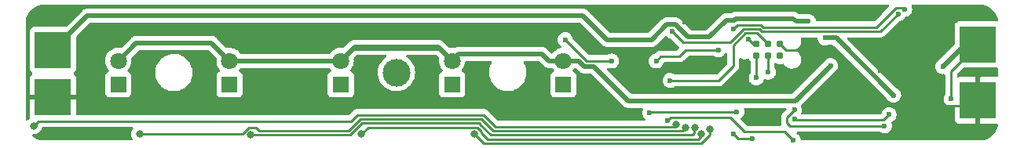
<source format=gbr>
%TF.GenerationSoftware,KiCad,Pcbnew,(6.0.7-1)-1*%
%TF.CreationDate,2022-09-24T17:28:48+02:00*%
%TF.ProjectId,Bike-lights-kicad,42696b65-2d6c-4696-9768-74732d6b6963,rev?*%
%TF.SameCoordinates,Original*%
%TF.FileFunction,Copper,L2,Bot*%
%TF.FilePolarity,Positive*%
%FSLAX46Y46*%
G04 Gerber Fmt 4.6, Leading zero omitted, Abs format (unit mm)*
G04 Created by KiCad (PCBNEW (6.0.7-1)-1) date 2022-09-24 17:28:48*
%MOMM*%
%LPD*%
G01*
G04 APERTURE LIST*
%TA.AperFunction,ComponentPad*%
%ADD10R,1.800000X1.800000*%
%TD*%
%TA.AperFunction,ComponentPad*%
%ADD11C,1.800000*%
%TD*%
%TA.AperFunction,ComponentPad*%
%ADD12C,3.000000*%
%TD*%
%TA.AperFunction,SMDPad,CuDef*%
%ADD13R,4.000000X4.000000*%
%TD*%
%TA.AperFunction,ConnectorPad*%
%ADD14C,0.787400*%
%TD*%
%TA.AperFunction,ViaPad*%
%ADD15C,0.600000*%
%TD*%
%TA.AperFunction,ViaPad*%
%ADD16C,0.800000*%
%TD*%
%TA.AperFunction,Conductor*%
%ADD17C,0.500000*%
%TD*%
%TA.AperFunction,Conductor*%
%ADD18C,0.250000*%
%TD*%
%TA.AperFunction,Conductor*%
%ADD19C,0.508000*%
%TD*%
G04 APERTURE END LIST*
D10*
%TO.P,D3,1,K*%
%TO.N,Net-(D3-Pad1)*%
X34500000Y-9120000D03*
D11*
%TO.P,D3,2,A*%
%TO.N,+5V*%
X34500000Y-6580000D03*
%TD*%
D10*
%TO.P,D4,1,K*%
%TO.N,Net-(D4-Pad1)*%
X46500000Y-9120000D03*
D11*
%TO.P,D4,2,A*%
%TO.N,+5V*%
X46500000Y-6580000D03*
%TD*%
D12*
%TO.P,REF\u002A\u002A,1*%
%TO.N,N/C*%
X40500000Y-7850000D03*
%TD*%
D10*
%TO.P,D5,1,K*%
%TO.N,Net-(D5-Pad1)*%
X58500000Y-9120000D03*
D11*
%TO.P,D5,2,A*%
%TO.N,+5V*%
X58500000Y-6580000D03*
%TD*%
D10*
%TO.P,D1,1,K*%
%TO.N,Net-(D1-Pad1)*%
X10500000Y-9120000D03*
D11*
%TO.P,D1,2,A*%
%TO.N,+5V*%
X10500000Y-6580000D03*
%TD*%
D10*
%TO.P,D2,1,K*%
%TO.N,Net-(D2-Pad1)*%
X22500000Y-9120000D03*
D11*
%TO.P,D2,2,A*%
%TO.N,+5V*%
X22500000Y-6580000D03*
%TD*%
D13*
%TO.P,TP4,1,1*%
%TO.N,GND*%
X3469106Y-10478936D03*
%TD*%
%TO.P,TP3,1,1*%
%TO.N,/PM_CHG_5V_INPUT*%
X3469106Y-5398936D03*
%TD*%
D14*
%TO.P,J1,6,SWO*%
%TO.N,unconnected-(J1-Pad6)*%
X81870000Y-6035000D03*
%TO.P,J1,5,GND*%
%TO.N,GND*%
X81870000Y-4765000D03*
%TO.P,J1,4,SWCLK*%
%TO.N,/SWCLK*%
X80600000Y-6035000D03*
%TO.P,J1,3,~{RESET}*%
%TO.N,/nRST*%
X80600000Y-4765000D03*
%TO.P,J1,2,SWDIO*%
%TO.N,/SWDIO*%
X79330000Y-6035000D03*
%TO.P,J1,1,VCC*%
%TO.N,+1V8*%
X79330000Y-4765000D03*
%TD*%
D13*
%TO.P,TP2,1,1*%
%TO.N,GND*%
X103200000Y-10850000D03*
%TD*%
%TO.P,TP1,1,1*%
%TO.N,/VBAT*%
X103200000Y-4800000D03*
%TD*%
D15*
%TO.N,GND*%
X87100000Y-1300000D03*
%TO.N,/PM_CHG_5V_INPUT*%
X3600000Y-4200000D03*
X3469106Y-5398936D03*
X3600000Y-7000000D03*
%TO.N,GND*%
X3600000Y-9400000D03*
X3700000Y-10500000D03*
X3600000Y-11600000D03*
X102800000Y-10900000D03*
X101600000Y-11200000D03*
X102200000Y-12100000D03*
X103400000Y-11800000D03*
X103800000Y-10600000D03*
%TO.N,/VBAT*%
X103600000Y-3300000D03*
X104500000Y-4200000D03*
X104600000Y-5500000D03*
%TO.N,GND*%
X99900000Y-4700000D03*
X97500000Y-9300000D03*
X90800000Y-14700000D03*
X87200000Y-9200000D03*
X71600000Y-2400000D03*
X63000000Y-1700000D03*
X68900000Y-1000000D03*
X61900000Y-12400000D03*
X57000000Y-2800000D03*
X57400000Y-4900000D03*
X73700000Y-9800000D03*
X81500000Y-13200000D03*
X96300000Y-13600000D03*
X85700000Y-6300000D03*
X7100000Y-14300000D03*
X5600000Y-1100000D03*
X9100000Y-3500000D03*
X7400000Y-8000000D03*
X7800000Y-12100000D03*
X18800000Y-11700000D03*
X30800000Y-10900000D03*
X43100000Y-10800000D03*
X54900000Y-11900000D03*
X101100000Y-1300000D03*
X96900000Y-2900000D03*
X99400000Y-11400000D03*
X101900000Y-13900000D03*
X104300000Y-14300000D03*
X92700000Y-7600000D03*
X70000000Y-4900000D03*
X74300000Y-6300000D03*
X66000000Y-12200000D03*
X65600000Y-6600000D03*
X65900000Y-9300000D03*
X60400000Y-3600000D03*
%TO.N,+1V8*%
X63700000Y-6600000D03*
X58700000Y-4300000D03*
%TO.N,/PM_CHG_5V_INPUT*%
X84900000Y-2325500D03*
X86700000Y-4100000D03*
%TO.N,/VBAT*%
X99400000Y-7200000D03*
%TO.N,+1V8*%
X78400000Y-4200000D03*
%TO.N,/VBAT*%
X100300000Y-10700000D03*
%TO.N,/PM_CHG_5V_INPUT*%
X94100000Y-10300000D03*
%TO.N,+1V8*%
X77212500Y-12087500D03*
X67800000Y-12175500D03*
%TO.N,+5V*%
X87300000Y-7100000D03*
D16*
%TO.N,/TUBE_BTN*%
X70685558Y-13425500D03*
X1400000Y-13600000D03*
D15*
%TO.N,/SWDIO*%
X79300000Y-8424500D03*
%TO.N,/nRST*%
X70000000Y-8712000D03*
%TO.N,/SWCLK*%
X80600000Y-7800000D03*
D16*
%TO.N,/D_EN0*%
X12800000Y-14500000D03*
X71659025Y-13800000D03*
%TO.N,/D_EN1*%
X72658528Y-13800000D03*
X24800000Y-14600000D03*
%TO.N,/D_EN2*%
X73383028Y-14492374D03*
X36700000Y-14500000D03*
%TO.N,/D_EN3*%
X74300000Y-14000000D03*
X48900000Y-14500000D03*
D15*
%TO.N,/PM5V_EN*%
X76800000Y-14500000D03*
X78900000Y-15000000D03*
%TO.N,/I2C1_SCL*%
X95300000Y-1000000D03*
X68500000Y-6600000D03*
X76800000Y-3100000D03*
X75200000Y-5400000D03*
%TO.N,/I2C1_SDA*%
X94600000Y-1500000D03*
X70212500Y-3387500D03*
%TO.N,/PM_CHG_PRESENT*%
X93600000Y-12400000D03*
X83400000Y-12900000D03*
%TO.N,/PM_CHG_CHARGING*%
X83400000Y-11900000D03*
X93102667Y-13616004D03*
%TO.N,/FUEL_INT*%
X83300000Y-15200000D03*
X69700000Y-13075500D03*
%TD*%
D17*
%TO.N,/PM_CHG_5V_INPUT*%
X71925000Y-4025000D02*
X74214338Y-4025000D01*
X74214338Y-4025000D02*
X76039339Y-2200000D01*
D18*
%TO.N,GND*%
X99400000Y-11400000D02*
X101400000Y-11400000D01*
%TO.N,/VBAT*%
X100300000Y-10700000D02*
X100300000Y-7700000D01*
X100300000Y-7700000D02*
X103200000Y-4800000D01*
D17*
%TO.N,/PM_CHG_5V_INPUT*%
X83275000Y-2025000D02*
X77061828Y-2025000D01*
X83575500Y-2325500D02*
X83275000Y-2025000D01*
X77061828Y-2025000D02*
X76886828Y-2200000D01*
X76886828Y-2200000D02*
X76039339Y-2200000D01*
X84900000Y-2325500D02*
X83575500Y-2325500D01*
D18*
%TO.N,/I2C1_SCL*%
X76800000Y-3100000D02*
X77225000Y-2675000D01*
X77225000Y-2675000D02*
X79782792Y-2675000D01*
X79782792Y-2675000D02*
X80057792Y-2950000D01*
X80057792Y-2950000D02*
X92266116Y-2950000D01*
X92266116Y-2950000D02*
X94341116Y-875000D01*
X94341116Y-875000D02*
X95175000Y-875000D01*
X95175000Y-875000D02*
X95300000Y-1000000D01*
%TO.N,+1V8*%
X77212500Y-12087500D02*
X67888000Y-12087500D01*
X67888000Y-12087500D02*
X67800000Y-12175500D01*
%TO.N,/D_EN0*%
X71659025Y-13800000D02*
X71309025Y-14150000D01*
X25700000Y-14150000D02*
X25350000Y-13800000D01*
X71309025Y-14150000D02*
X50950000Y-14150000D01*
X25350000Y-13800000D02*
X24574695Y-13800000D01*
X23874694Y-14500000D02*
X12800000Y-14500000D01*
X50950000Y-14150000D02*
X50200000Y-13400000D01*
X24574695Y-13800000D02*
X23874694Y-14500000D01*
X50200000Y-13400000D02*
X50200000Y-13389055D01*
X50200000Y-13389055D02*
X49685945Y-12875000D01*
X49685945Y-12875000D02*
X36588604Y-12875000D01*
X36588604Y-12875000D02*
X35313604Y-14150000D01*
X35313604Y-14150000D02*
X25700000Y-14150000D01*
%TO.N,/FUEL_INT*%
X69700000Y-13075500D02*
X70075000Y-12700500D01*
X70075000Y-12700500D02*
X76500500Y-12700500D01*
X76500500Y-12700500D02*
X78050000Y-14250000D01*
X78050000Y-14250000D02*
X82350000Y-14250000D01*
X82350000Y-14250000D02*
X83300000Y-15200000D01*
%TO.N,GND*%
X81870000Y-4765000D02*
X82497791Y-5392791D01*
X82497791Y-5392791D02*
X84792791Y-5392791D01*
X84792791Y-5392791D02*
X85700000Y-6300000D01*
%TO.N,/I2C1_SCL*%
X68500000Y-6600000D02*
X69000000Y-6100000D01*
X69000000Y-6100000D02*
X71000000Y-6100000D01*
X71000000Y-6100000D02*
X71700000Y-5400000D01*
X71700000Y-5400000D02*
X75200000Y-5400000D01*
D17*
%TO.N,/PM_CHG_5V_INPUT*%
X70537500Y-2637500D02*
X69662500Y-2637500D01*
X69650000Y-2650000D02*
X68000000Y-4300000D01*
X71925000Y-4025000D02*
X70537500Y-2637500D01*
X69662500Y-2637500D02*
X69650000Y-2650000D01*
D18*
%TO.N,/I2C1_SDA*%
X94600000Y-1500000D02*
X92700000Y-3400000D01*
X92700000Y-3400000D02*
X79871396Y-3400000D01*
X71425000Y-4600000D02*
X70212500Y-3387500D01*
X77938604Y-3125000D02*
X76463604Y-4600000D01*
X79871396Y-3400000D02*
X79596396Y-3125000D01*
X79596396Y-3125000D02*
X77938604Y-3125000D01*
X76463604Y-4600000D02*
X71425000Y-4600000D01*
D17*
%TO.N,/PM_CHG_5V_INPUT*%
X68000000Y-4300000D02*
X63200000Y-4300000D01*
X63200000Y-4300000D02*
X60600000Y-1700000D01*
X60600000Y-1700000D02*
X7168042Y-1700000D01*
X7168042Y-1700000D02*
X3469106Y-5398936D01*
%TO.N,+5V*%
X60166828Y-6580000D02*
X60761828Y-7175000D01*
X60761828Y-7175000D02*
X61775000Y-7175000D01*
X61775000Y-7175000D02*
X65500000Y-10900000D01*
X58500000Y-6580000D02*
X60166828Y-6580000D01*
X65500000Y-10900000D02*
X83500000Y-10900000D01*
X83500000Y-10900000D02*
X87300000Y-7100000D01*
D18*
%TO.N,/nRST*%
X76800000Y-4900000D02*
X78125000Y-3575000D01*
X70012000Y-8700000D02*
X75252500Y-8700000D01*
X75252500Y-8700000D02*
X76800000Y-7152500D01*
X76800000Y-7152500D02*
X76800000Y-4900000D01*
X70000000Y-8712000D02*
X70012000Y-8700000D01*
X78125000Y-3575000D02*
X79410000Y-3575000D01*
X79410000Y-3575000D02*
X80600000Y-4765000D01*
%TO.N,/SWDIO*%
X79300000Y-8424500D02*
X79330000Y-8394500D01*
X79330000Y-8394500D02*
X79330000Y-6035000D01*
%TO.N,/SWCLK*%
X80600000Y-7800000D02*
X80600000Y-6035000D01*
%TO.N,+1V8*%
X61000000Y-6600000D02*
X63700000Y-6600000D01*
X58700000Y-4300000D02*
X61000000Y-6600000D01*
D17*
%TO.N,/PM_CHG_5V_INPUT*%
X94100000Y-10300000D02*
X87900000Y-4100000D01*
X87900000Y-4100000D02*
X86700000Y-4100000D01*
%TO.N,/VBAT*%
X101800000Y-4800000D02*
X99400000Y-7200000D01*
D18*
%TO.N,+1V8*%
X78965000Y-4765000D02*
X78400000Y-4200000D01*
X79330000Y-4765000D02*
X78965000Y-4765000D01*
D19*
%TO.N,+5V*%
X10500000Y-6580000D02*
X12437062Y-4642938D01*
X12437062Y-4642938D02*
X20562938Y-4642938D01*
X34500000Y-6580000D02*
X36016524Y-5063476D01*
X46500000Y-6580000D02*
X47234001Y-5845999D01*
X47234001Y-5845999D02*
X56164169Y-5845999D01*
D18*
X34500000Y-6580000D02*
X35780657Y-5299343D01*
X46500000Y-6580000D02*
X47105001Y-5974999D01*
X45219343Y-5299343D02*
X46500000Y-6580000D01*
X35780657Y-5299343D02*
X45219343Y-5299343D01*
D19*
X56164169Y-5845999D02*
X56898170Y-6580000D01*
X56898170Y-6580000D02*
X58500000Y-6580000D01*
X36016524Y-5063476D02*
X44983476Y-5063476D01*
X20562938Y-4642938D02*
X22500000Y-6580000D01*
X22500000Y-6580000D02*
X34500000Y-6580000D01*
X44983476Y-5063476D02*
X46500000Y-6580000D01*
D18*
%TO.N,/TUBE_BTN*%
X51200000Y-13700000D02*
X50000000Y-12500000D01*
X49925000Y-12425000D02*
X36275000Y-12425000D01*
X51200000Y-13700000D02*
X70411058Y-13700000D01*
X50000000Y-12500000D02*
X49925000Y-12425000D01*
X70685558Y-13425500D02*
X70411058Y-13700000D01*
X1900000Y-13100000D02*
X35600000Y-13100000D01*
X35600000Y-13100000D02*
X36275000Y-12425000D01*
X1900000Y-13100000D02*
X1400000Y-13600000D01*
%TO.N,/D_EN1*%
X72600000Y-14400000D02*
X72400000Y-14600000D01*
X49499549Y-13325000D02*
X36775000Y-13325000D01*
X36775000Y-13325000D02*
X35500000Y-14600000D01*
X72658528Y-13800000D02*
X72600000Y-13858528D01*
X72400000Y-14600000D02*
X50661396Y-14600000D01*
X49499549Y-13438153D02*
X49499549Y-13325000D01*
X35500000Y-14600000D02*
X24800000Y-14600000D01*
X50661396Y-14600000D02*
X49499549Y-13438153D01*
X72600000Y-13858528D02*
X72600000Y-14400000D01*
%TO.N,/D_EN2*%
X37425000Y-13775000D02*
X36700000Y-14500000D01*
X49662500Y-14237500D02*
X49200000Y-13775000D01*
X49200000Y-13775000D02*
X37425000Y-13775000D01*
X73050000Y-15050000D02*
X50350000Y-15050000D01*
X73383028Y-14492374D02*
X73383028Y-14716972D01*
X49662500Y-14362500D02*
X49662500Y-14237500D01*
X50350000Y-15050000D02*
X49662500Y-14362500D01*
X73383028Y-14716972D02*
X73050000Y-15050000D01*
%TO.N,/D_EN3*%
X74300000Y-14000000D02*
X74300000Y-14600000D01*
X73400000Y-15500000D02*
X49900000Y-15500000D01*
X49900000Y-15500000D02*
X48900000Y-14500000D01*
X74300000Y-14600000D02*
X73400000Y-15500000D01*
%TO.N,/PM5V_EN*%
X77300000Y-15000000D02*
X76900000Y-14600000D01*
X78900000Y-15000000D02*
X77300000Y-15000000D01*
X76900000Y-14600000D02*
X76800000Y-14500000D01*
%TO.N,/PM_CHG_PRESENT*%
X93000000Y-13000000D02*
X93600000Y-12400000D01*
X83500000Y-13000000D02*
X93000000Y-13000000D01*
X83400000Y-12900000D02*
X83500000Y-13000000D01*
%TO.N,/PM_CHG_CHARGING*%
X82600000Y-13300000D02*
X82916004Y-13616004D01*
X82600000Y-12700000D02*
X82600000Y-13300000D01*
X82916004Y-13616004D02*
X93102667Y-13616004D01*
X83400000Y-11900000D02*
X82600000Y-12700000D01*
%TD*%
%TA.AperFunction,Conductor*%
%TO.N,GND*%
G36*
X12052774Y-13753502D02*
G01*
X12099267Y-13807158D01*
X12109371Y-13877432D01*
X12078291Y-13943808D01*
X12060960Y-13963056D01*
X11965473Y-14128444D01*
X11906458Y-14310072D01*
X11905768Y-14316633D01*
X11905768Y-14316635D01*
X11890800Y-14459051D01*
X11886496Y-14500000D01*
X11887186Y-14506565D01*
X11905477Y-14680591D01*
X11906458Y-14689928D01*
X11965473Y-14871556D01*
X11968776Y-14877278D01*
X11968777Y-14877279D01*
X11978527Y-14894167D01*
X12039631Y-15000000D01*
X12041074Y-15002500D01*
X12057812Y-15071495D01*
X12034592Y-15138587D01*
X11978785Y-15182474D01*
X11931955Y-15191500D01*
X2549367Y-15191500D01*
X2529982Y-15190000D01*
X2515149Y-15187690D01*
X2515145Y-15187690D01*
X2506276Y-15186309D01*
X2489988Y-15188439D01*
X2465411Y-15189233D01*
X2416361Y-15186018D01*
X2248299Y-15175002D01*
X2231959Y-15172851D01*
X2112310Y-15149052D01*
X1992657Y-15125251D01*
X1976743Y-15120987D01*
X1854662Y-15079546D01*
X1745708Y-15042561D01*
X1730481Y-15036254D01*
X1511658Y-14928343D01*
X1497384Y-14920102D01*
X1294522Y-14784553D01*
X1281447Y-14774521D01*
X1229805Y-14729233D01*
X1191777Y-14669279D01*
X1192199Y-14598284D01*
X1230937Y-14538787D01*
X1295692Y-14509678D01*
X1312882Y-14508500D01*
X1495487Y-14508500D01*
X1501939Y-14507128D01*
X1501944Y-14507128D01*
X1588920Y-14488640D01*
X1682288Y-14468794D01*
X1688319Y-14466109D01*
X1850722Y-14393803D01*
X1850724Y-14393802D01*
X1856752Y-14391118D01*
X2011253Y-14278866D01*
X2028947Y-14259215D01*
X2134621Y-14141852D01*
X2134622Y-14141851D01*
X2139040Y-14136944D01*
X2234527Y-13971556D01*
X2283588Y-13820563D01*
X2323662Y-13761958D01*
X2389059Y-13734321D01*
X2403421Y-13733500D01*
X11984653Y-13733500D01*
X12052774Y-13753502D01*
G37*
%TD.AperFunction*%
%TA.AperFunction,Conductor*%
G36*
X93575643Y-528502D02*
G01*
X93622136Y-582158D01*
X93632240Y-652432D01*
X93602746Y-717012D01*
X93596619Y-723593D01*
X92816818Y-1503393D01*
X92040616Y-2279595D01*
X91978304Y-2313621D01*
X91951521Y-2316500D01*
X85825263Y-2316500D01*
X85757142Y-2296498D01*
X85710649Y-2242842D01*
X85700048Y-2204544D01*
X85694182Y-2152244D01*
X85693397Y-2145245D01*
X85685505Y-2122582D01*
X85636064Y-1980606D01*
X85636062Y-1980603D01*
X85633745Y-1973948D01*
X85574630Y-1879344D01*
X85541359Y-1826098D01*
X85537626Y-1820124D01*
X85518130Y-1800491D01*
X85414778Y-1696415D01*
X85414774Y-1696412D01*
X85409815Y-1691418D01*
X85380516Y-1672824D01*
X85333853Y-1643211D01*
X85256666Y-1594227D01*
X85227463Y-1583828D01*
X85092425Y-1535743D01*
X85092420Y-1535742D01*
X85085790Y-1533381D01*
X85078802Y-1532548D01*
X85078799Y-1532547D01*
X84937371Y-1515683D01*
X84905680Y-1511904D01*
X84898677Y-1512640D01*
X84898676Y-1512640D01*
X84732288Y-1530128D01*
X84732286Y-1530129D01*
X84725288Y-1530864D01*
X84644445Y-1558385D01*
X84638884Y-1560278D01*
X84598279Y-1567000D01*
X83943454Y-1567000D01*
X83875333Y-1546998D01*
X83841973Y-1515683D01*
X83837852Y-1510083D01*
X83837846Y-1510076D01*
X83833508Y-1504182D01*
X83827930Y-1499443D01*
X83827927Y-1499440D01*
X83793232Y-1469965D01*
X83785716Y-1463035D01*
X83780021Y-1457340D01*
X83764708Y-1445225D01*
X83757749Y-1439719D01*
X83754345Y-1436928D01*
X83704297Y-1394409D01*
X83704295Y-1394408D01*
X83698715Y-1389667D01*
X83692199Y-1386339D01*
X83687150Y-1382972D01*
X83682021Y-1379805D01*
X83676284Y-1375266D01*
X83610125Y-1344345D01*
X83606225Y-1342439D01*
X83541192Y-1309231D01*
X83534084Y-1307492D01*
X83528441Y-1305393D01*
X83522678Y-1303476D01*
X83516050Y-1300378D01*
X83444583Y-1285513D01*
X83440299Y-1284543D01*
X83429163Y-1281818D01*
X83369390Y-1267192D01*
X83363788Y-1266844D01*
X83363785Y-1266844D01*
X83358236Y-1266500D01*
X83358238Y-1266464D01*
X83354245Y-1266225D01*
X83350053Y-1265851D01*
X83342885Y-1264360D01*
X83279120Y-1266085D01*
X83265479Y-1266454D01*
X83262072Y-1266500D01*
X77128891Y-1266500D01*
X77109942Y-1265067D01*
X77109735Y-1265036D01*
X77088479Y-1261802D01*
X77081187Y-1262395D01*
X77081184Y-1262395D01*
X77035819Y-1266085D01*
X77025605Y-1266500D01*
X77017535Y-1266500D01*
X77013915Y-1266922D01*
X77013897Y-1266923D01*
X76989289Y-1269792D01*
X76984928Y-1270224D01*
X76959809Y-1272267D01*
X76919489Y-1275546D01*
X76919486Y-1275547D01*
X76912191Y-1276140D01*
X76905227Y-1278396D01*
X76899268Y-1279587D01*
X76893413Y-1280971D01*
X76886147Y-1281818D01*
X76817501Y-1306735D01*
X76813373Y-1308152D01*
X76750892Y-1328393D01*
X76750890Y-1328394D01*
X76743929Y-1330649D01*
X76737674Y-1334445D01*
X76732200Y-1336951D01*
X76726770Y-1339670D01*
X76719891Y-1342167D01*
X76658844Y-1382191D01*
X76655155Y-1384518D01*
X76592720Y-1422405D01*
X76591508Y-1420408D01*
X76534216Y-1441248D01*
X76526249Y-1441500D01*
X76106402Y-1441500D01*
X76087453Y-1440067D01*
X76085165Y-1439719D01*
X76065990Y-1436802D01*
X76058698Y-1437395D01*
X76058695Y-1437395D01*
X76013330Y-1441085D01*
X76003116Y-1441500D01*
X75995046Y-1441500D01*
X75991426Y-1441922D01*
X75991408Y-1441923D01*
X75966800Y-1444792D01*
X75962439Y-1445224D01*
X75937320Y-1447267D01*
X75897000Y-1450546D01*
X75896997Y-1450547D01*
X75889702Y-1451140D01*
X75882738Y-1453396D01*
X75876779Y-1454587D01*
X75870924Y-1455971D01*
X75863658Y-1456818D01*
X75795012Y-1481735D01*
X75790884Y-1483152D01*
X75728403Y-1503393D01*
X75728401Y-1503394D01*
X75721440Y-1505649D01*
X75715185Y-1509445D01*
X75709711Y-1511951D01*
X75704281Y-1514670D01*
X75697402Y-1517167D01*
X75636355Y-1557191D01*
X75632666Y-1559518D01*
X75620337Y-1567000D01*
X75575032Y-1594491D01*
X75575027Y-1594495D01*
X75570231Y-1597405D01*
X75561855Y-1604803D01*
X75561832Y-1604777D01*
X75558842Y-1607426D01*
X75555603Y-1610134D01*
X75549487Y-1614144D01*
X75544460Y-1619451D01*
X75544456Y-1619454D01*
X75496212Y-1670382D01*
X75493834Y-1672824D01*
X73937062Y-3229595D01*
X73874750Y-3263621D01*
X73847967Y-3266500D01*
X72291371Y-3266500D01*
X72223250Y-3246498D01*
X72202276Y-3229595D01*
X71121270Y-2148589D01*
X71108884Y-2134177D01*
X71100351Y-2122582D01*
X71100346Y-2122577D01*
X71096008Y-2116682D01*
X71090430Y-2111943D01*
X71090427Y-2111940D01*
X71055732Y-2082465D01*
X71048216Y-2075535D01*
X71042521Y-2069840D01*
X71026236Y-2056956D01*
X71020249Y-2052219D01*
X71016845Y-2049428D01*
X70966797Y-2006909D01*
X70966795Y-2006908D01*
X70961215Y-2002167D01*
X70954699Y-1998839D01*
X70949650Y-1995472D01*
X70944521Y-1992305D01*
X70938784Y-1987766D01*
X70872625Y-1956845D01*
X70868725Y-1954939D01*
X70803692Y-1921731D01*
X70796584Y-1919992D01*
X70790941Y-1917893D01*
X70785178Y-1915976D01*
X70778550Y-1912878D01*
X70707083Y-1898013D01*
X70702799Y-1897043D01*
X70631890Y-1879692D01*
X70626288Y-1879344D01*
X70626285Y-1879344D01*
X70620736Y-1879000D01*
X70620738Y-1878964D01*
X70616745Y-1878725D01*
X70612553Y-1878351D01*
X70605385Y-1876860D01*
X70541620Y-1878585D01*
X70527979Y-1878954D01*
X70524572Y-1879000D01*
X69729570Y-1879000D01*
X69710620Y-1877567D01*
X69696385Y-1875401D01*
X69696381Y-1875401D01*
X69689151Y-1874301D01*
X69681859Y-1874894D01*
X69681856Y-1874894D01*
X69636482Y-1878585D01*
X69626267Y-1879000D01*
X69618207Y-1879000D01*
X69614573Y-1879424D01*
X69614567Y-1879424D01*
X69601542Y-1880943D01*
X69589980Y-1882291D01*
X69585632Y-1882721D01*
X69563559Y-1884516D01*
X69520162Y-1888046D01*
X69520159Y-1888047D01*
X69512864Y-1888640D01*
X69505900Y-1890896D01*
X69499961Y-1892083D01*
X69494090Y-1893470D01*
X69486819Y-1894318D01*
X69479943Y-1896814D01*
X69479934Y-1896816D01*
X69418202Y-1919225D01*
X69414098Y-1920635D01*
X69344601Y-1943148D01*
X69338346Y-1946944D01*
X69332887Y-1949443D01*
X69327439Y-1952171D01*
X69320563Y-1954667D01*
X69259510Y-1994695D01*
X69255827Y-1997019D01*
X69198186Y-2031996D01*
X69198182Y-2031999D01*
X69193393Y-2034905D01*
X69189194Y-2038614D01*
X69189189Y-2038617D01*
X69185016Y-2042303D01*
X69184992Y-2042276D01*
X69182000Y-2044929D01*
X69178767Y-2047632D01*
X69172648Y-2051644D01*
X69143451Y-2082465D01*
X69119372Y-2107883D01*
X69116994Y-2110325D01*
X67722724Y-3504595D01*
X67660412Y-3538621D01*
X67633629Y-3541500D01*
X63566371Y-3541500D01*
X63498250Y-3521498D01*
X63477276Y-3504595D01*
X61183770Y-1211089D01*
X61171384Y-1196677D01*
X61162851Y-1185082D01*
X61162846Y-1185077D01*
X61158508Y-1179182D01*
X61152930Y-1174443D01*
X61152927Y-1174440D01*
X61118232Y-1144965D01*
X61110716Y-1138035D01*
X61105021Y-1132340D01*
X61098880Y-1127482D01*
X61082749Y-1114719D01*
X61079345Y-1111928D01*
X61029297Y-1069409D01*
X61029295Y-1069408D01*
X61023715Y-1064667D01*
X61017199Y-1061339D01*
X61012150Y-1057972D01*
X61007021Y-1054805D01*
X61001284Y-1050266D01*
X60935125Y-1019345D01*
X60931225Y-1017439D01*
X60866192Y-984231D01*
X60859084Y-982492D01*
X60853441Y-980393D01*
X60847678Y-978476D01*
X60841050Y-975378D01*
X60769583Y-960513D01*
X60765299Y-959543D01*
X60730958Y-951140D01*
X60694390Y-942192D01*
X60688788Y-941844D01*
X60688785Y-941844D01*
X60683236Y-941500D01*
X60683238Y-941464D01*
X60679245Y-941225D01*
X60675053Y-940851D01*
X60667885Y-939360D01*
X60604120Y-941085D01*
X60590479Y-941454D01*
X60587072Y-941500D01*
X7235105Y-941500D01*
X7216156Y-940067D01*
X7215949Y-940036D01*
X7194693Y-936802D01*
X7187401Y-937395D01*
X7187398Y-937395D01*
X7142033Y-941085D01*
X7131819Y-941500D01*
X7123749Y-941500D01*
X7120129Y-941922D01*
X7120111Y-941923D01*
X7095503Y-944792D01*
X7091142Y-945224D01*
X7066023Y-947267D01*
X7025703Y-950546D01*
X7025700Y-950547D01*
X7018405Y-951140D01*
X7011441Y-953396D01*
X7005482Y-954587D01*
X6999627Y-955971D01*
X6992361Y-956818D01*
X6923715Y-981735D01*
X6919587Y-983152D01*
X6857106Y-1003393D01*
X6857104Y-1003394D01*
X6850143Y-1005649D01*
X6843888Y-1009445D01*
X6838414Y-1011951D01*
X6832984Y-1014670D01*
X6826105Y-1017167D01*
X6765058Y-1057191D01*
X6761369Y-1059518D01*
X6752885Y-1064667D01*
X6703735Y-1094491D01*
X6703730Y-1094495D01*
X6698934Y-1097405D01*
X6690558Y-1104803D01*
X6690535Y-1104777D01*
X6687545Y-1107426D01*
X6684306Y-1110134D01*
X6678190Y-1114144D01*
X6673163Y-1119451D01*
X6673159Y-1119454D01*
X6624914Y-1170383D01*
X6622536Y-1172825D01*
X4941830Y-2853531D01*
X4879518Y-2887557D01*
X4852735Y-2890436D01*
X1420972Y-2890436D01*
X1358790Y-2897191D01*
X1222401Y-2948321D01*
X1105845Y-3035675D01*
X1018491Y-3152231D01*
X967361Y-3288620D01*
X960606Y-3350802D01*
X960606Y-7447070D01*
X967361Y-7509252D01*
X1018491Y-7645641D01*
X1105845Y-7762197D01*
X1197328Y-7830760D01*
X1207553Y-7838423D01*
X1250067Y-7895283D01*
X1255092Y-7966101D01*
X1221032Y-8028394D01*
X1207552Y-8040075D01*
X1113382Y-8110651D01*
X1100821Y-8123212D01*
X1024320Y-8225287D01*
X1015782Y-8240882D01*
X970628Y-8361330D01*
X967001Y-8376585D01*
X961475Y-8427450D01*
X961106Y-8434264D01*
X961106Y-10206821D01*
X965581Y-10222060D01*
X966971Y-10223265D01*
X974654Y-10224936D01*
X5958990Y-10224936D01*
X5974229Y-10220461D01*
X5975434Y-10219071D01*
X5977105Y-10211388D01*
X5977105Y-8434267D01*
X5976735Y-8427446D01*
X5971211Y-8376584D01*
X5967585Y-8361332D01*
X5922430Y-8240882D01*
X5913892Y-8225287D01*
X5837391Y-8123212D01*
X5824830Y-8110651D01*
X5730660Y-8040075D01*
X5688145Y-7983216D01*
X5683119Y-7912398D01*
X5717179Y-7850104D01*
X5730659Y-7838423D01*
X5740884Y-7830760D01*
X5832367Y-7762197D01*
X5919721Y-7645641D01*
X5970851Y-7509252D01*
X5977606Y-7447070D01*
X5977606Y-4015307D01*
X5997608Y-3947186D01*
X6014511Y-3926212D01*
X7445318Y-2495405D01*
X7507630Y-2461379D01*
X7534413Y-2458500D01*
X60233629Y-2458500D01*
X60301750Y-2478502D01*
X60322724Y-2495405D01*
X62616230Y-4788911D01*
X62628616Y-4803323D01*
X62637149Y-4814918D01*
X62637154Y-4814923D01*
X62641492Y-4820818D01*
X62647070Y-4825557D01*
X62647073Y-4825560D01*
X62681768Y-4855035D01*
X62689284Y-4861965D01*
X62694979Y-4867660D01*
X62697861Y-4869940D01*
X62717251Y-4885281D01*
X62720655Y-4888072D01*
X62766361Y-4926902D01*
X62776285Y-4935333D01*
X62782801Y-4938661D01*
X62787850Y-4942028D01*
X62792979Y-4945195D01*
X62798716Y-4949734D01*
X62864875Y-4980655D01*
X62868769Y-4982558D01*
X62933808Y-5015769D01*
X62940916Y-5017508D01*
X62946559Y-5019607D01*
X62952322Y-5021524D01*
X62958950Y-5024622D01*
X62966112Y-5026112D01*
X62966113Y-5026112D01*
X63030412Y-5039486D01*
X63034696Y-5040456D01*
X63105610Y-5057808D01*
X63111212Y-5058156D01*
X63111215Y-5058156D01*
X63116764Y-5058500D01*
X63116762Y-5058536D01*
X63120755Y-5058775D01*
X63124947Y-5059149D01*
X63132115Y-5060640D01*
X63209520Y-5058546D01*
X63212928Y-5058500D01*
X67932930Y-5058500D01*
X67951880Y-5059933D01*
X67966115Y-5062099D01*
X67966119Y-5062099D01*
X67973349Y-5063199D01*
X67980641Y-5062606D01*
X67980644Y-5062606D01*
X68026018Y-5058915D01*
X68036233Y-5058500D01*
X68044293Y-5058500D01*
X68061680Y-5056473D01*
X68072507Y-5055211D01*
X68076882Y-5054778D01*
X68142339Y-5049454D01*
X68142342Y-5049453D01*
X68149637Y-5048860D01*
X68156601Y-5046604D01*
X68162560Y-5045413D01*
X68168415Y-5044029D01*
X68175681Y-5043182D01*
X68244327Y-5018265D01*
X68248455Y-5016848D01*
X68310936Y-4996607D01*
X68310938Y-4996606D01*
X68317899Y-4994351D01*
X68324154Y-4990555D01*
X68329628Y-4988049D01*
X68335058Y-4985330D01*
X68341937Y-4982833D01*
X68348058Y-4978820D01*
X68402976Y-4942814D01*
X68406680Y-4940477D01*
X68469107Y-4902595D01*
X68477484Y-4895197D01*
X68477508Y-4895224D01*
X68480500Y-4892571D01*
X68483733Y-4889868D01*
X68489852Y-4885856D01*
X68543128Y-4829617D01*
X68545506Y-4827175D01*
X69438345Y-3934336D01*
X69500657Y-3900310D01*
X69571472Y-3905375D01*
X69618077Y-3935904D01*
X69693882Y-4014402D01*
X69726432Y-4035702D01*
X69837962Y-4108685D01*
X69845659Y-4113722D01*
X69852263Y-4116178D01*
X69852265Y-4116179D01*
X70009058Y-4174490D01*
X70009060Y-4174490D01*
X70015668Y-4176948D01*
X70022653Y-4177880D01*
X70022657Y-4177881D01*
X70060324Y-4182907D01*
X70077686Y-4185223D01*
X70142562Y-4214059D01*
X70150116Y-4221021D01*
X70921348Y-4992253D01*
X70928888Y-5000539D01*
X70933000Y-5007018D01*
X70974407Y-5045901D01*
X71010372Y-5107112D01*
X71007535Y-5178052D01*
X70977249Y-5226846D01*
X70774500Y-5429595D01*
X70712188Y-5463621D01*
X70685405Y-5466500D01*
X69078768Y-5466500D01*
X69067585Y-5465973D01*
X69060092Y-5464298D01*
X69052166Y-5464547D01*
X69052165Y-5464547D01*
X68992002Y-5466438D01*
X68988044Y-5466500D01*
X68960144Y-5466500D01*
X68956154Y-5467004D01*
X68944320Y-5467936D01*
X68900111Y-5469326D01*
X68892497Y-5471538D01*
X68892492Y-5471539D01*
X68880659Y-5474977D01*
X68861296Y-5478988D01*
X68841203Y-5481526D01*
X68833836Y-5484443D01*
X68833831Y-5484444D01*
X68800092Y-5497802D01*
X68788865Y-5501646D01*
X68781561Y-5503768D01*
X68746407Y-5513982D01*
X68739581Y-5518019D01*
X68728972Y-5524293D01*
X68711224Y-5532988D01*
X68692383Y-5540448D01*
X68685967Y-5545110D01*
X68685966Y-5545110D01*
X68656613Y-5566436D01*
X68646693Y-5572952D01*
X68615465Y-5591420D01*
X68615462Y-5591422D01*
X68608638Y-5595458D01*
X68594317Y-5609779D01*
X68579284Y-5622619D01*
X68562893Y-5634528D01*
X68557840Y-5640636D01*
X68534708Y-5668598D01*
X68526718Y-5677378D01*
X68438909Y-5765187D01*
X68376597Y-5799213D01*
X68362985Y-5801402D01*
X68355233Y-5802217D01*
X68332289Y-5804628D01*
X68332288Y-5804628D01*
X68325288Y-5805364D01*
X68153579Y-5863818D01*
X68127307Y-5879981D01*
X68005095Y-5955166D01*
X68005092Y-5955168D01*
X67999088Y-5958862D01*
X67994053Y-5963793D01*
X67994050Y-5963795D01*
X67878679Y-6076775D01*
X67869493Y-6085771D01*
X67771235Y-6238238D01*
X67768826Y-6244858D01*
X67768824Y-6244861D01*
X67717604Y-6385588D01*
X67709197Y-6408685D01*
X67686463Y-6588640D01*
X67704163Y-6769160D01*
X67761418Y-6941273D01*
X67765065Y-6947295D01*
X67765066Y-6947297D01*
X67840303Y-7071528D01*
X67855380Y-7096424D01*
X67860269Y-7101487D01*
X67860270Y-7101488D01*
X67874950Y-7116689D01*
X67981382Y-7226902D01*
X68013729Y-7248069D01*
X68126958Y-7322164D01*
X68133159Y-7326222D01*
X68139763Y-7328678D01*
X68139765Y-7328679D01*
X68296558Y-7386990D01*
X68296560Y-7386990D01*
X68303168Y-7389448D01*
X68386995Y-7400633D01*
X68475980Y-7412507D01*
X68475984Y-7412507D01*
X68482961Y-7413438D01*
X68489972Y-7412800D01*
X68489976Y-7412800D01*
X68632459Y-7399832D01*
X68663600Y-7396998D01*
X68670302Y-7394820D01*
X68670304Y-7394820D01*
X68829409Y-7343124D01*
X68829412Y-7343123D01*
X68836108Y-7340947D01*
X68963232Y-7265166D01*
X68985860Y-7251677D01*
X68985862Y-7251676D01*
X68991912Y-7248069D01*
X69123266Y-7122982D01*
X69223643Y-6971902D01*
X69283338Y-6814756D01*
X69326227Y-6758178D01*
X69392896Y-6733769D01*
X69401126Y-6733500D01*
X70921233Y-6733500D01*
X70932416Y-6734027D01*
X70939909Y-6735702D01*
X70947835Y-6735453D01*
X70947836Y-6735453D01*
X71007986Y-6733562D01*
X71011945Y-6733500D01*
X71039856Y-6733500D01*
X71043791Y-6733003D01*
X71043856Y-6732995D01*
X71055693Y-6732062D01*
X71087951Y-6731048D01*
X71091970Y-6730922D01*
X71099889Y-6730673D01*
X71119343Y-6725021D01*
X71138700Y-6721013D01*
X71150930Y-6719468D01*
X71150931Y-6719468D01*
X71158797Y-6718474D01*
X71166168Y-6715555D01*
X71166170Y-6715555D01*
X71199912Y-6702196D01*
X71211142Y-6698351D01*
X71245983Y-6688229D01*
X71245984Y-6688229D01*
X71253593Y-6686018D01*
X71260412Y-6681985D01*
X71260417Y-6681983D01*
X71271028Y-6675707D01*
X71288776Y-6667012D01*
X71307617Y-6659552D01*
X71317518Y-6652359D01*
X71343387Y-6633564D01*
X71353307Y-6627048D01*
X71384535Y-6608580D01*
X71384538Y-6608578D01*
X71391362Y-6604542D01*
X71405683Y-6590221D01*
X71420717Y-6577380D01*
X71426568Y-6573129D01*
X71437107Y-6565472D01*
X71465298Y-6531395D01*
X71473288Y-6522616D01*
X71925499Y-6070405D01*
X71987811Y-6036379D01*
X72014594Y-6033500D01*
X74653903Y-6033500D01*
X74722896Y-6054068D01*
X74773682Y-6087301D01*
X74833159Y-6126222D01*
X74839763Y-6128678D01*
X74839765Y-6128679D01*
X74996558Y-6186990D01*
X74996560Y-6186990D01*
X75003168Y-6189448D01*
X75086995Y-6200633D01*
X75175980Y-6212507D01*
X75175984Y-6212507D01*
X75182961Y-6213438D01*
X75189972Y-6212800D01*
X75189976Y-6212800D01*
X75335559Y-6199550D01*
X75363600Y-6196998D01*
X75370302Y-6194820D01*
X75370304Y-6194820D01*
X75529409Y-6143124D01*
X75529412Y-6143123D01*
X75536108Y-6140947D01*
X75661999Y-6065901D01*
X75685860Y-6051677D01*
X75685862Y-6051676D01*
X75691912Y-6048069D01*
X75823266Y-5922982D01*
X75923643Y-5771902D01*
X75926145Y-5765316D01*
X75928434Y-5760862D01*
X75977362Y-5709417D01*
X76046336Y-5692592D01*
X76113458Y-5715728D01*
X76157415Y-5771480D01*
X76166500Y-5818457D01*
X76166500Y-6837905D01*
X76146498Y-6906026D01*
X76129595Y-6927000D01*
X75027000Y-8029595D01*
X74964688Y-8063621D01*
X74937905Y-8066500D01*
X70528429Y-8066500D01*
X70460917Y-8046887D01*
X70356666Y-7980727D01*
X70305209Y-7962404D01*
X70192425Y-7922243D01*
X70192420Y-7922242D01*
X70185790Y-7919881D01*
X70178802Y-7919048D01*
X70178799Y-7919047D01*
X70032943Y-7901655D01*
X70005680Y-7898404D01*
X69998677Y-7899140D01*
X69998676Y-7899140D01*
X69832288Y-7916628D01*
X69832286Y-7916629D01*
X69825288Y-7917364D01*
X69653579Y-7975818D01*
X69610472Y-8002338D01*
X69505095Y-8067166D01*
X69505092Y-8067168D01*
X69499088Y-8070862D01*
X69494053Y-8075793D01*
X69494050Y-8075795D01*
X69392457Y-8175283D01*
X69369493Y-8197771D01*
X69271235Y-8350238D01*
X69268826Y-8356858D01*
X69268824Y-8356861D01*
X69240058Y-8435895D01*
X69209197Y-8520685D01*
X69186463Y-8700640D01*
X69204163Y-8881160D01*
X69261418Y-9053273D01*
X69265065Y-9059295D01*
X69265066Y-9059297D01*
X69346502Y-9193764D01*
X69355380Y-9208424D01*
X69360269Y-9213487D01*
X69360270Y-9213488D01*
X69400252Y-9254890D01*
X69481382Y-9338902D01*
X69633159Y-9438222D01*
X69639763Y-9440678D01*
X69639765Y-9440679D01*
X69796558Y-9498990D01*
X69796560Y-9498990D01*
X69803168Y-9501448D01*
X69885428Y-9512424D01*
X69975980Y-9524507D01*
X69975984Y-9524507D01*
X69982961Y-9525438D01*
X69989972Y-9524800D01*
X69989976Y-9524800D01*
X70132459Y-9511832D01*
X70163600Y-9508998D01*
X70170302Y-9506820D01*
X70170304Y-9506820D01*
X70329409Y-9455124D01*
X70329412Y-9455123D01*
X70336108Y-9452947D01*
X70491912Y-9360069D01*
X70493589Y-9358472D01*
X70558194Y-9333884D01*
X70568020Y-9333500D01*
X75173733Y-9333500D01*
X75184916Y-9334027D01*
X75192409Y-9335702D01*
X75200335Y-9335453D01*
X75200336Y-9335453D01*
X75260486Y-9333562D01*
X75264445Y-9333500D01*
X75292356Y-9333500D01*
X75296291Y-9333003D01*
X75296356Y-9332995D01*
X75308193Y-9332062D01*
X75340451Y-9331048D01*
X75344470Y-9330922D01*
X75352389Y-9330673D01*
X75371843Y-9325021D01*
X75391200Y-9321013D01*
X75403430Y-9319468D01*
X75403431Y-9319468D01*
X75411297Y-9318474D01*
X75418668Y-9315555D01*
X75418670Y-9315555D01*
X75452412Y-9302196D01*
X75463642Y-9298351D01*
X75498483Y-9288229D01*
X75498484Y-9288229D01*
X75506093Y-9286018D01*
X75512912Y-9281985D01*
X75512917Y-9281983D01*
X75523528Y-9275707D01*
X75541276Y-9267012D01*
X75560117Y-9259552D01*
X75595887Y-9233564D01*
X75605807Y-9227048D01*
X75637035Y-9208580D01*
X75637038Y-9208578D01*
X75643862Y-9204542D01*
X75658183Y-9190221D01*
X75673217Y-9177380D01*
X75683194Y-9170131D01*
X75689607Y-9165472D01*
X75717798Y-9131395D01*
X75725788Y-9122616D01*
X77192247Y-7656157D01*
X77200537Y-7648613D01*
X77207018Y-7644500D01*
X77253659Y-7594832D01*
X77256413Y-7591991D01*
X77276134Y-7572270D01*
X77278612Y-7569075D01*
X77286318Y-7560053D01*
X77307898Y-7537073D01*
X77316586Y-7527821D01*
X77326346Y-7510068D01*
X77337199Y-7493545D01*
X77344753Y-7483806D01*
X77349613Y-7477541D01*
X77367176Y-7436957D01*
X77372383Y-7426327D01*
X77393695Y-7387560D01*
X77395666Y-7379883D01*
X77395668Y-7379878D01*
X77398732Y-7367942D01*
X77405138Y-7349230D01*
X77406794Y-7345405D01*
X77413181Y-7330645D01*
X77414525Y-7322164D01*
X77420097Y-7286981D01*
X77422504Y-7275360D01*
X77431528Y-7240211D01*
X77431528Y-7240210D01*
X77433500Y-7232530D01*
X77433500Y-7212269D01*
X77435051Y-7192558D01*
X77436979Y-7180385D01*
X77438219Y-7172557D01*
X77434059Y-7128546D01*
X77433500Y-7116689D01*
X77433500Y-6414475D01*
X77453502Y-6346354D01*
X77507158Y-6299861D01*
X77577432Y-6289757D01*
X77609540Y-6298838D01*
X77749056Y-6359212D01*
X77749063Y-6359214D01*
X77754916Y-6361747D01*
X77778682Y-6366712D01*
X77949788Y-6402459D01*
X77949792Y-6402459D01*
X77954533Y-6403450D01*
X77959370Y-6403703D01*
X77959374Y-6403704D01*
X77959440Y-6403707D01*
X77961212Y-6403800D01*
X78110967Y-6403800D01*
X78210371Y-6393703D01*
X78256534Y-6389014D01*
X78256535Y-6389014D01*
X78262883Y-6388369D01*
X78311625Y-6373094D01*
X78360780Y-6357690D01*
X78431765Y-6356406D01*
X78492176Y-6393703D01*
X78507578Y-6414924D01*
X78596084Y-6568221D01*
X78650361Y-6628501D01*
X78664136Y-6643800D01*
X78694853Y-6707808D01*
X78696500Y-6728111D01*
X78696500Y-7833534D01*
X78676498Y-7901655D01*
X78672095Y-7907723D01*
X78669493Y-7910271D01*
X78571235Y-8062738D01*
X78568826Y-8069358D01*
X78568824Y-8069361D01*
X78549224Y-8123212D01*
X78509197Y-8233185D01*
X78486463Y-8413140D01*
X78504163Y-8593660D01*
X78561418Y-8765773D01*
X78565065Y-8771795D01*
X78565066Y-8771797D01*
X78629587Y-8878334D01*
X78655380Y-8920924D01*
X78781382Y-9051402D01*
X78787278Y-9055260D01*
X78896644Y-9126827D01*
X78933159Y-9150722D01*
X78939763Y-9153178D01*
X78939765Y-9153179D01*
X79096558Y-9211490D01*
X79096560Y-9211490D01*
X79103168Y-9213948D01*
X79186995Y-9225133D01*
X79275980Y-9237007D01*
X79275984Y-9237007D01*
X79282961Y-9237938D01*
X79289972Y-9237300D01*
X79289976Y-9237300D01*
X79432459Y-9224332D01*
X79463600Y-9221498D01*
X79470302Y-9219320D01*
X79470304Y-9219320D01*
X79629409Y-9167624D01*
X79629412Y-9167623D01*
X79636108Y-9165447D01*
X79791912Y-9072569D01*
X79923266Y-8947482D01*
X80023643Y-8796402D01*
X80088055Y-8626838D01*
X80088917Y-8620705D01*
X80125061Y-8559989D01*
X80188594Y-8528302D01*
X80254705Y-8534235D01*
X80403168Y-8589448D01*
X80482595Y-8600046D01*
X80575980Y-8612507D01*
X80575984Y-8612507D01*
X80582961Y-8613438D01*
X80589972Y-8612800D01*
X80589976Y-8612800D01*
X80732459Y-8599832D01*
X80763600Y-8596998D01*
X80770302Y-8594820D01*
X80770304Y-8594820D01*
X80929409Y-8543124D01*
X80929412Y-8543123D01*
X80936108Y-8540947D01*
X81091912Y-8448069D01*
X81223266Y-8322982D01*
X81323643Y-8171902D01*
X81378157Y-8028394D01*
X81385555Y-8008920D01*
X81385556Y-8008918D01*
X81388055Y-8002338D01*
X81390562Y-7984502D01*
X81412748Y-7826639D01*
X81412748Y-7826636D01*
X81413299Y-7822717D01*
X81413616Y-7800000D01*
X81393397Y-7619745D01*
X81384722Y-7594833D01*
X81336064Y-7455106D01*
X81336062Y-7455103D01*
X81333745Y-7448448D01*
X81324314Y-7433355D01*
X81252646Y-7318661D01*
X81233500Y-7251892D01*
X81233500Y-6932468D01*
X81253502Y-6864347D01*
X81307158Y-6817854D01*
X81377432Y-6807750D01*
X81416180Y-6821161D01*
X81416415Y-6820632D01*
X81572431Y-6890095D01*
X81589669Y-6897770D01*
X81661750Y-6913091D01*
X81768718Y-6935828D01*
X81768722Y-6935828D01*
X81775175Y-6937200D01*
X81964825Y-6937200D01*
X81971278Y-6935828D01*
X81971282Y-6935828D01*
X82078250Y-6913091D01*
X82150331Y-6897770D01*
X82150494Y-6898536D01*
X82216250Y-6896657D01*
X82277048Y-6933319D01*
X82291303Y-6952119D01*
X82340598Y-7031622D01*
X82344979Y-7036255D01*
X82344980Y-7036256D01*
X82405216Y-7099954D01*
X82480714Y-7179791D01*
X82485944Y-7183453D01*
X82485945Y-7183454D01*
X82638702Y-7290415D01*
X82647761Y-7296758D01*
X82752661Y-7342152D01*
X82815073Y-7369160D01*
X82834916Y-7377747D01*
X82879159Y-7386990D01*
X83029788Y-7418459D01*
X83029792Y-7418459D01*
X83034533Y-7419450D01*
X83039370Y-7419703D01*
X83039374Y-7419704D01*
X83039440Y-7419707D01*
X83041212Y-7419800D01*
X83190967Y-7419800D01*
X83284395Y-7410310D01*
X83336534Y-7405014D01*
X83336535Y-7405014D01*
X83342883Y-7404369D01*
X83537478Y-7343386D01*
X83715837Y-7244521D01*
X83870673Y-7111810D01*
X83995661Y-6950676D01*
X84085696Y-6767701D01*
X84090711Y-6748448D01*
X84135490Y-6576541D01*
X84135490Y-6576538D01*
X84137100Y-6570359D01*
X84142683Y-6463818D01*
X84147438Y-6373094D01*
X84147438Y-6373090D01*
X84147772Y-6366712D01*
X84117278Y-6165078D01*
X84108224Y-6140470D01*
X84049067Y-5979684D01*
X84049066Y-5979683D01*
X84046863Y-5973694D01*
X83944054Y-5807881D01*
X83942764Y-5805800D01*
X83942763Y-5805799D01*
X83939402Y-5800378D01*
X83926884Y-5787140D01*
X83803671Y-5656846D01*
X83799286Y-5652209D01*
X83757029Y-5622620D01*
X83637472Y-5538906D01*
X83637471Y-5538905D01*
X83632239Y-5535242D01*
X83587235Y-5515767D01*
X83532661Y-5470356D01*
X83511301Y-5402649D01*
X83529937Y-5334142D01*
X83576190Y-5289928D01*
X83710257Y-5215614D01*
X83715837Y-5212521D01*
X83870673Y-5079810D01*
X83995661Y-4918676D01*
X84085696Y-4735701D01*
X84137100Y-4538359D01*
X84142803Y-4429531D01*
X84147438Y-4341094D01*
X84147438Y-4341090D01*
X84147772Y-4334712D01*
X84142375Y-4299022D01*
X84132205Y-4231779D01*
X84124123Y-4178340D01*
X84133713Y-4107996D01*
X84179813Y-4054002D01*
X84248706Y-4033500D01*
X85766806Y-4033500D01*
X85834927Y-4053502D01*
X85881420Y-4107158D01*
X85892205Y-4147204D01*
X85895213Y-4177881D01*
X85904163Y-4269160D01*
X85961418Y-4441273D01*
X85965065Y-4447295D01*
X85965066Y-4447297D01*
X86023959Y-4544541D01*
X86055380Y-4596424D01*
X86181382Y-4726902D01*
X86203580Y-4741428D01*
X86324901Y-4820818D01*
X86333159Y-4826222D01*
X86339763Y-4828678D01*
X86339765Y-4828679D01*
X86496558Y-4886990D01*
X86496560Y-4886990D01*
X86503168Y-4889448D01*
X86586995Y-4900633D01*
X86675980Y-4912507D01*
X86675984Y-4912507D01*
X86682961Y-4913438D01*
X86689972Y-4912800D01*
X86689976Y-4912800D01*
X86842943Y-4898878D01*
X86863600Y-4896998D01*
X86870302Y-4894820D01*
X86870304Y-4894820D01*
X86963105Y-4864667D01*
X87002041Y-4858500D01*
X87533629Y-4858500D01*
X87601750Y-4878502D01*
X87622724Y-4895405D01*
X93340992Y-10613673D01*
X93360595Y-10641771D01*
X93361418Y-10641273D01*
X93425136Y-10746484D01*
X93455380Y-10796424D01*
X93581382Y-10926902D01*
X93733159Y-11026222D01*
X93739763Y-11028678D01*
X93739765Y-11028679D01*
X93896558Y-11086990D01*
X93896560Y-11086990D01*
X93903168Y-11089448D01*
X93986995Y-11100633D01*
X94075980Y-11112507D01*
X94075984Y-11112507D01*
X94082961Y-11113438D01*
X94089972Y-11112800D01*
X94089976Y-11112800D01*
X94232459Y-11099832D01*
X94263600Y-11096998D01*
X94270302Y-11094820D01*
X94270304Y-11094820D01*
X94429409Y-11043124D01*
X94429412Y-11043123D01*
X94436108Y-11040947D01*
X94591912Y-10948069D01*
X94723266Y-10822982D01*
X94823643Y-10671902D01*
X94888055Y-10502338D01*
X94889035Y-10495366D01*
X94912748Y-10326639D01*
X94912748Y-10326636D01*
X94913299Y-10322717D01*
X94913616Y-10300000D01*
X94893397Y-10119745D01*
X94833745Y-9948448D01*
X94737626Y-9794624D01*
X94702379Y-9759130D01*
X94614778Y-9670915D01*
X94614774Y-9670912D01*
X94609815Y-9665918D01*
X94589840Y-9653241D01*
X94462619Y-9572505D01*
X94462620Y-9572505D01*
X94456666Y-9568727D01*
X94450026Y-9566363D01*
X94447532Y-9565146D01*
X94413675Y-9540994D01*
X89121276Y-4248595D01*
X89087250Y-4186283D01*
X89092315Y-4115468D01*
X89134862Y-4058632D01*
X89201382Y-4033821D01*
X89210371Y-4033500D01*
X92621233Y-4033500D01*
X92632416Y-4034027D01*
X92639909Y-4035702D01*
X92647835Y-4035453D01*
X92647836Y-4035453D01*
X92707986Y-4033562D01*
X92711945Y-4033500D01*
X92739856Y-4033500D01*
X92743791Y-4033003D01*
X92743856Y-4032995D01*
X92755693Y-4032062D01*
X92787951Y-4031048D01*
X92791970Y-4030922D01*
X92799889Y-4030673D01*
X92819343Y-4025021D01*
X92838700Y-4021013D01*
X92850930Y-4019468D01*
X92850931Y-4019468D01*
X92858797Y-4018474D01*
X92866168Y-4015555D01*
X92866170Y-4015555D01*
X92899912Y-4002196D01*
X92911142Y-3998351D01*
X92945983Y-3988229D01*
X92945984Y-3988229D01*
X92953593Y-3986018D01*
X92960412Y-3981985D01*
X92960417Y-3981983D01*
X92971028Y-3975707D01*
X92988776Y-3967012D01*
X93007617Y-3959552D01*
X93030854Y-3942670D01*
X93043387Y-3933564D01*
X93053307Y-3927048D01*
X93084535Y-3908580D01*
X93084538Y-3908578D01*
X93091362Y-3904542D01*
X93105683Y-3890221D01*
X93120717Y-3877380D01*
X93121495Y-3876815D01*
X93137107Y-3865472D01*
X93165298Y-3831395D01*
X93173288Y-3822616D01*
X94660178Y-2335727D01*
X94722490Y-2301701D01*
X94737837Y-2299343D01*
X94763600Y-2296998D01*
X94770302Y-2294820D01*
X94770304Y-2294820D01*
X94929409Y-2243124D01*
X94929412Y-2243123D01*
X94936108Y-2240947D01*
X95032513Y-2183478D01*
X95085860Y-2151677D01*
X95085862Y-2151676D01*
X95091912Y-2148069D01*
X95223266Y-2022982D01*
X95292202Y-1919225D01*
X95319745Y-1877770D01*
X95319747Y-1877765D01*
X95323643Y-1871902D01*
X95325255Y-1867658D01*
X95373502Y-1816932D01*
X95425218Y-1800491D01*
X95463600Y-1796998D01*
X95470302Y-1794820D01*
X95470304Y-1794820D01*
X95629409Y-1743124D01*
X95629412Y-1743123D01*
X95636108Y-1740947D01*
X95750385Y-1672824D01*
X95785860Y-1651677D01*
X95785862Y-1651676D01*
X95791912Y-1648069D01*
X95923266Y-1522982D01*
X96023643Y-1371902D01*
X96088055Y-1202338D01*
X96090480Y-1185082D01*
X96112748Y-1026639D01*
X96112748Y-1026636D01*
X96113299Y-1022717D01*
X96113616Y-1000000D01*
X96093397Y-819745D01*
X96043318Y-675937D01*
X96039804Y-605027D01*
X96075186Y-543475D01*
X96138228Y-510823D01*
X96162309Y-508500D01*
X103350633Y-508500D01*
X103370018Y-510000D01*
X103384851Y-512310D01*
X103384855Y-512310D01*
X103393724Y-513691D01*
X103410012Y-511561D01*
X103434589Y-510767D01*
X103461441Y-512527D01*
X103651701Y-524998D01*
X103668041Y-527149D01*
X103787690Y-550948D01*
X103907343Y-574749D01*
X103923257Y-579013D01*
X104038776Y-618226D01*
X104154292Y-657439D01*
X104169519Y-663746D01*
X104388342Y-771657D01*
X104402616Y-779898D01*
X104605478Y-915447D01*
X104618553Y-925480D01*
X104801993Y-1086352D01*
X104813648Y-1098007D01*
X104974520Y-1281447D01*
X104984553Y-1294522D01*
X105120102Y-1497384D01*
X105128343Y-1511658D01*
X105236254Y-1730481D01*
X105242561Y-1745708D01*
X105318009Y-1967969D01*
X105320986Y-1976740D01*
X105325251Y-1992657D01*
X105331283Y-2022982D01*
X105354742Y-2140919D01*
X105348414Y-2211633D01*
X105304859Y-2267700D01*
X105231163Y-2291500D01*
X101151866Y-2291500D01*
X101089684Y-2298255D01*
X100953295Y-2349385D01*
X100836739Y-2436739D01*
X100749385Y-2553295D01*
X100698255Y-2689684D01*
X100691500Y-2751866D01*
X100691500Y-4783629D01*
X100671498Y-4851750D01*
X100654595Y-4872724D01*
X99086231Y-6441088D01*
X99054186Y-6463611D01*
X99053579Y-6463818D01*
X99047577Y-6467511D01*
X99047576Y-6467511D01*
X98905095Y-6555166D01*
X98905092Y-6555168D01*
X98899088Y-6558862D01*
X98894053Y-6563793D01*
X98894050Y-6563795D01*
X98774525Y-6680843D01*
X98769493Y-6685771D01*
X98671235Y-6838238D01*
X98668826Y-6844858D01*
X98668824Y-6844861D01*
X98611606Y-7002066D01*
X98609197Y-7008685D01*
X98586463Y-7188640D01*
X98604163Y-7369160D01*
X98661418Y-7541273D01*
X98665065Y-7547295D01*
X98665066Y-7547297D01*
X98751440Y-7689918D01*
X98755380Y-7696424D01*
X98881382Y-7826902D01*
X98926978Y-7856739D01*
X99024059Y-7920267D01*
X99033159Y-7926222D01*
X99039763Y-7928678D01*
X99039765Y-7928679D01*
X99196558Y-7986990D01*
X99196560Y-7986990D01*
X99203168Y-7989448D01*
X99283299Y-8000140D01*
X99375980Y-8012507D01*
X99375984Y-8012507D01*
X99382961Y-8013438D01*
X99389972Y-8012800D01*
X99389976Y-8012800D01*
X99529080Y-8000140D01*
X99598733Y-8013885D01*
X99649898Y-8063106D01*
X99666500Y-8125621D01*
X99666500Y-10153331D01*
X99646411Y-10221586D01*
X99575054Y-10332310D01*
X99575050Y-10332319D01*
X99571235Y-10338238D01*
X99509197Y-10508685D01*
X99486463Y-10688640D01*
X99504163Y-10869160D01*
X99561418Y-11041273D01*
X99565065Y-11047295D01*
X99565066Y-11047297D01*
X99590594Y-11089448D01*
X99655380Y-11196424D01*
X99781382Y-11326902D01*
X99787278Y-11330760D01*
X99924901Y-11420818D01*
X99933159Y-11426222D01*
X99939763Y-11428678D01*
X99939765Y-11428679D01*
X100096558Y-11486990D01*
X100096560Y-11486990D01*
X100103168Y-11489448D01*
X100186995Y-11500633D01*
X100275980Y-11512507D01*
X100275984Y-11512507D01*
X100282961Y-11513438D01*
X100289972Y-11512800D01*
X100289976Y-11512800D01*
X100432459Y-11499832D01*
X100463600Y-11496998D01*
X100470302Y-11494820D01*
X100470304Y-11494820D01*
X100527065Y-11476377D01*
X100598033Y-11474350D01*
X100658830Y-11511012D01*
X100690156Y-11574724D01*
X100692001Y-11596210D01*
X100692001Y-12894669D01*
X100692371Y-12901490D01*
X100697895Y-12952352D01*
X100701521Y-12967604D01*
X100746676Y-13088054D01*
X100755214Y-13103649D01*
X100831715Y-13205724D01*
X100844276Y-13218285D01*
X100946351Y-13294786D01*
X100961946Y-13303324D01*
X101082394Y-13348478D01*
X101097649Y-13352105D01*
X101148514Y-13357631D01*
X101155328Y-13358000D01*
X102927885Y-13358000D01*
X102943124Y-13353525D01*
X102944329Y-13352135D01*
X102946000Y-13344452D01*
X102946000Y-8360116D01*
X102941525Y-8344877D01*
X102940135Y-8343672D01*
X102932452Y-8342001D01*
X101155331Y-8342001D01*
X101148510Y-8342371D01*
X101097648Y-8347895D01*
X101088647Y-8350035D01*
X101017747Y-8346334D01*
X100960103Y-8304889D01*
X100934017Y-8238858D01*
X100933500Y-8227453D01*
X100933500Y-8014594D01*
X100953502Y-7946473D01*
X100970405Y-7925499D01*
X101550499Y-7345405D01*
X101612811Y-7311379D01*
X101639594Y-7308500D01*
X105248134Y-7308500D01*
X105251529Y-7308131D01*
X105251533Y-7308131D01*
X105251900Y-7308091D01*
X105251986Y-7308106D01*
X105254928Y-7307947D01*
X105254966Y-7308641D01*
X105321782Y-7320624D01*
X105373795Y-7368948D01*
X105391500Y-7433355D01*
X105391500Y-8217150D01*
X105371498Y-8285271D01*
X105317842Y-8331764D01*
X105254917Y-8341926D01*
X105254883Y-8342553D01*
X105252002Y-8342397D01*
X105251897Y-8342414D01*
X105251480Y-8342369D01*
X105244672Y-8342000D01*
X103472115Y-8342000D01*
X103456876Y-8346475D01*
X103455671Y-8347865D01*
X103454000Y-8355548D01*
X103454000Y-13339884D01*
X103458475Y-13355123D01*
X103459865Y-13356328D01*
X103467548Y-13357999D01*
X105241209Y-13357999D01*
X105309330Y-13378001D01*
X105355823Y-13431657D01*
X105364788Y-13508578D01*
X105339695Y-13634729D01*
X105325252Y-13707340D01*
X105320987Y-13723257D01*
X105307850Y-13761958D01*
X105242561Y-13954292D01*
X105236254Y-13969519D01*
X105128343Y-14188342D01*
X105120102Y-14202616D01*
X104984553Y-14405478D01*
X104974520Y-14418553D01*
X104813648Y-14601993D01*
X104801993Y-14613648D01*
X104618553Y-14774520D01*
X104605478Y-14784553D01*
X104402616Y-14920102D01*
X104388342Y-14928343D01*
X104169519Y-15036254D01*
X104154292Y-15042561D01*
X104045338Y-15079546D01*
X103923257Y-15120987D01*
X103907343Y-15125251D01*
X103787690Y-15149052D01*
X103668041Y-15172851D01*
X103651701Y-15175002D01*
X103537709Y-15182474D01*
X103441763Y-15188763D01*
X103418650Y-15187733D01*
X103415146Y-15187690D01*
X103406276Y-15186309D01*
X103397374Y-15187473D01*
X103397372Y-15187473D01*
X103383915Y-15189233D01*
X103374714Y-15190436D01*
X103358379Y-15191500D01*
X84225320Y-15191500D01*
X84157199Y-15171498D01*
X84110706Y-15117842D01*
X84100105Y-15079546D01*
X84095956Y-15042561D01*
X84093397Y-15019745D01*
X84049666Y-14894167D01*
X84036064Y-14855106D01*
X84036062Y-14855103D01*
X84033745Y-14848448D01*
X84013121Y-14815442D01*
X83941359Y-14700598D01*
X83937626Y-14694624D01*
X83932664Y-14689627D01*
X83814778Y-14570915D01*
X83814774Y-14570912D01*
X83809815Y-14565918D01*
X83767064Y-14538787D01*
X83677406Y-14481889D01*
X83630607Y-14428500D01*
X83620102Y-14358285D01*
X83649226Y-14293537D01*
X83708732Y-14254813D01*
X83744920Y-14249504D01*
X92556570Y-14249504D01*
X92625563Y-14270072D01*
X92686690Y-14310072D01*
X92735826Y-14342226D01*
X92742430Y-14344682D01*
X92742432Y-14344683D01*
X92899225Y-14402994D01*
X92899227Y-14402994D01*
X92905835Y-14405452D01*
X92989662Y-14416637D01*
X93078647Y-14428511D01*
X93078651Y-14428511D01*
X93085628Y-14429442D01*
X93092639Y-14428804D01*
X93092643Y-14428804D01*
X93235126Y-14415836D01*
X93266267Y-14413002D01*
X93272969Y-14410824D01*
X93272971Y-14410824D01*
X93432076Y-14359128D01*
X93432079Y-14359127D01*
X93438775Y-14356951D01*
X93594579Y-14264073D01*
X93725933Y-14138986D01*
X93826310Y-13987906D01*
X93890722Y-13818342D01*
X93898646Y-13761958D01*
X93915415Y-13642643D01*
X93915415Y-13642640D01*
X93915966Y-13638721D01*
X93916283Y-13616004D01*
X93896064Y-13435749D01*
X93893747Y-13429095D01*
X93850223Y-13304111D01*
X93846709Y-13233201D01*
X93882091Y-13171649D01*
X93923408Y-13146949D01*
X93922993Y-13146034D01*
X93929407Y-13143124D01*
X93936108Y-13140947D01*
X94091912Y-13048069D01*
X94223266Y-12922982D01*
X94323643Y-12771902D01*
X94384275Y-12612289D01*
X94385555Y-12608920D01*
X94385556Y-12608918D01*
X94388055Y-12602338D01*
X94389035Y-12595366D01*
X94412748Y-12426639D01*
X94412748Y-12426636D01*
X94413299Y-12422717D01*
X94413616Y-12400000D01*
X94393397Y-12219745D01*
X94391080Y-12213091D01*
X94336064Y-12055106D01*
X94336062Y-12055103D01*
X94333745Y-12048448D01*
X94285572Y-11971355D01*
X94241359Y-11900598D01*
X94237626Y-11894624D01*
X94232664Y-11889627D01*
X94114778Y-11770915D01*
X94114774Y-11770912D01*
X94109815Y-11765918D01*
X94098697Y-11758862D01*
X94037058Y-11719745D01*
X93956666Y-11668727D01*
X93874559Y-11639490D01*
X93792425Y-11610243D01*
X93792420Y-11610242D01*
X93785790Y-11607881D01*
X93778802Y-11607048D01*
X93778799Y-11607047D01*
X93655698Y-11592368D01*
X93605680Y-11586404D01*
X93598677Y-11587140D01*
X93598676Y-11587140D01*
X93432288Y-11604628D01*
X93432286Y-11604629D01*
X93425288Y-11605364D01*
X93253579Y-11663818D01*
X93191109Y-11702250D01*
X93105095Y-11755166D01*
X93105092Y-11755168D01*
X93099088Y-11758862D01*
X93094053Y-11763793D01*
X93094050Y-11763795D01*
X92975139Y-11880242D01*
X92969493Y-11885771D01*
X92871235Y-12038238D01*
X92868826Y-12044858D01*
X92868824Y-12044861D01*
X92811606Y-12202066D01*
X92809197Y-12208685D01*
X92803182Y-12256295D01*
X92774802Y-12321368D01*
X92715742Y-12360770D01*
X92678177Y-12366500D01*
X84270356Y-12366500D01*
X84202235Y-12346498D01*
X84155742Y-12292842D01*
X84145638Y-12222568D01*
X84152568Y-12195756D01*
X84185555Y-12108920D01*
X84185556Y-12108918D01*
X84188055Y-12102338D01*
X84197064Y-12038238D01*
X84212748Y-11926639D01*
X84212748Y-11926636D01*
X84213299Y-11922717D01*
X84213616Y-11900000D01*
X84193397Y-11719745D01*
X84189546Y-11708685D01*
X84153309Y-11604628D01*
X84133745Y-11548448D01*
X84106284Y-11504501D01*
X84087149Y-11436132D01*
X84108015Y-11368270D01*
X84124044Y-11348637D01*
X87614179Y-7858502D01*
X87638753Y-7839370D01*
X87791912Y-7748069D01*
X87923266Y-7622982D01*
X88023643Y-7471902D01*
X88070242Y-7349230D01*
X88085555Y-7308920D01*
X88085556Y-7308918D01*
X88088055Y-7302338D01*
X88089035Y-7295366D01*
X88112748Y-7126639D01*
X88112748Y-7126636D01*
X88113299Y-7122717D01*
X88113522Y-7106766D01*
X88113561Y-7103962D01*
X88113561Y-7103957D01*
X88113616Y-7100000D01*
X88093397Y-6919745D01*
X88086063Y-6898685D01*
X88036064Y-6755106D01*
X88036062Y-6755103D01*
X88033745Y-6748448D01*
X88026777Y-6737297D01*
X87941359Y-6600598D01*
X87937626Y-6594624D01*
X87928835Y-6585771D01*
X87814778Y-6470915D01*
X87814774Y-6470912D01*
X87809815Y-6465918D01*
X87798697Y-6458862D01*
X87729461Y-6414924D01*
X87656666Y-6368727D01*
X87625670Y-6357690D01*
X87492425Y-6310243D01*
X87492420Y-6310242D01*
X87485790Y-6307881D01*
X87478802Y-6307048D01*
X87478799Y-6307047D01*
X87355698Y-6292368D01*
X87305680Y-6286404D01*
X87298677Y-6287140D01*
X87298676Y-6287140D01*
X87132288Y-6304628D01*
X87132286Y-6304629D01*
X87125288Y-6305364D01*
X86953579Y-6363818D01*
X86918193Y-6385588D01*
X86805095Y-6455166D01*
X86805092Y-6455168D01*
X86799088Y-6458862D01*
X86794053Y-6463793D01*
X86794050Y-6463795D01*
X86675472Y-6579916D01*
X86669493Y-6585771D01*
X86571235Y-6738238D01*
X86568825Y-6744860D01*
X86565692Y-6751170D01*
X86564021Y-6750340D01*
X86541269Y-6786050D01*
X83222724Y-10104595D01*
X83160412Y-10138621D01*
X83133629Y-10141500D01*
X65866371Y-10141500D01*
X65798250Y-10121498D01*
X65777276Y-10104595D01*
X63209619Y-7536938D01*
X63175593Y-7474626D01*
X63180658Y-7403811D01*
X63223205Y-7346975D01*
X63289725Y-7322164D01*
X63342631Y-7329745D01*
X63503168Y-7389448D01*
X63586995Y-7400633D01*
X63675980Y-7412507D01*
X63675984Y-7412507D01*
X63682961Y-7413438D01*
X63689972Y-7412800D01*
X63689976Y-7412800D01*
X63832459Y-7399832D01*
X63863600Y-7396998D01*
X63870302Y-7394820D01*
X63870304Y-7394820D01*
X64029409Y-7343124D01*
X64029412Y-7343123D01*
X64036108Y-7340947D01*
X64163232Y-7265166D01*
X64185860Y-7251677D01*
X64185862Y-7251676D01*
X64191912Y-7248069D01*
X64323266Y-7122982D01*
X64423643Y-6971902D01*
X64465423Y-6861917D01*
X64485555Y-6808920D01*
X64485556Y-6808918D01*
X64488055Y-6802338D01*
X64489035Y-6795366D01*
X64512748Y-6626639D01*
X64512748Y-6626636D01*
X64513299Y-6622717D01*
X64513496Y-6608580D01*
X64513561Y-6603962D01*
X64513561Y-6603957D01*
X64513616Y-6600000D01*
X64493397Y-6419745D01*
X64491080Y-6413091D01*
X64436064Y-6255106D01*
X64436062Y-6255103D01*
X64433745Y-6248448D01*
X64422634Y-6230667D01*
X64341359Y-6100598D01*
X64337626Y-6094624D01*
X64319901Y-6076775D01*
X64214778Y-5970915D01*
X64214774Y-5970912D01*
X64209815Y-5965918D01*
X64200183Y-5959805D01*
X64128936Y-5914591D01*
X64056666Y-5868727D01*
X64020593Y-5855882D01*
X63892425Y-5810243D01*
X63892420Y-5810242D01*
X63885790Y-5807881D01*
X63878802Y-5807048D01*
X63878799Y-5807047D01*
X63755698Y-5792368D01*
X63705680Y-5786404D01*
X63698677Y-5787140D01*
X63698676Y-5787140D01*
X63532288Y-5804628D01*
X63532286Y-5804629D01*
X63525288Y-5805364D01*
X63353579Y-5863818D01*
X63217039Y-5947819D01*
X63151019Y-5966500D01*
X61314595Y-5966500D01*
X61246474Y-5946498D01*
X61225500Y-5929595D01*
X59534421Y-4238516D01*
X59500395Y-4176204D01*
X59498301Y-4163465D01*
X59495332Y-4136997D01*
X59493397Y-4119745D01*
X59451123Y-3998351D01*
X59436064Y-3955106D01*
X59436062Y-3955103D01*
X59433745Y-3948448D01*
X59422263Y-3930073D01*
X59341359Y-3800598D01*
X59337626Y-3794624D01*
X59270375Y-3726902D01*
X59214778Y-3670915D01*
X59214774Y-3670912D01*
X59209815Y-3665918D01*
X59198697Y-3658862D01*
X59108289Y-3601488D01*
X59056666Y-3568727D01*
X59027463Y-3558328D01*
X58892425Y-3510243D01*
X58892420Y-3510242D01*
X58885790Y-3507881D01*
X58878802Y-3507048D01*
X58878799Y-3507047D01*
X58755698Y-3492368D01*
X58705680Y-3486404D01*
X58698677Y-3487140D01*
X58698676Y-3487140D01*
X58532288Y-3504628D01*
X58532286Y-3504629D01*
X58525288Y-3505364D01*
X58353579Y-3563818D01*
X58347575Y-3567512D01*
X58205095Y-3655166D01*
X58205092Y-3655168D01*
X58199088Y-3658862D01*
X58194053Y-3663793D01*
X58194050Y-3663795D01*
X58129608Y-3726902D01*
X58069493Y-3785771D01*
X57971235Y-3938238D01*
X57968826Y-3944858D01*
X57968824Y-3944861D01*
X57916493Y-4088640D01*
X57909197Y-4108685D01*
X57886463Y-4288640D01*
X57904163Y-4469160D01*
X57961418Y-4641273D01*
X57965065Y-4647295D01*
X57965066Y-4647297D01*
X58022074Y-4741428D01*
X58055380Y-4796424D01*
X58060269Y-4801487D01*
X58060270Y-4801488D01*
X58118673Y-4861965D01*
X58181382Y-4926902D01*
X58248935Y-4971108D01*
X58294983Y-5025144D01*
X58304507Y-5095498D01*
X58274483Y-5159834D01*
X58214442Y-5197724D01*
X58199002Y-5201089D01*
X58189546Y-5202536D01*
X58172464Y-5205150D01*
X57952314Y-5277106D01*
X57947726Y-5279494D01*
X57947722Y-5279496D01*
X57820455Y-5345747D01*
X57746872Y-5384052D01*
X57742739Y-5387155D01*
X57742736Y-5387157D01*
X57565790Y-5520012D01*
X57561655Y-5523117D01*
X57401639Y-5690564D01*
X57383152Y-5717665D01*
X57359751Y-5751970D01*
X57304839Y-5796972D01*
X57234315Y-5805143D01*
X57166567Y-5770060D01*
X56969460Y-5572952D01*
X56750975Y-5354467D01*
X56738589Y-5340054D01*
X56729964Y-5328334D01*
X56725623Y-5322435D01*
X56685114Y-5288020D01*
X56677598Y-5281090D01*
X56671854Y-5275346D01*
X56668980Y-5273072D01*
X56668973Y-5273066D01*
X56649458Y-5257627D01*
X56646054Y-5254836D01*
X56595697Y-5212054D01*
X56595693Y-5212051D01*
X56590118Y-5207315D01*
X56583601Y-5203987D01*
X56578537Y-5200610D01*
X56573313Y-5197383D01*
X56567569Y-5192839D01*
X56525003Y-5172945D01*
X56501087Y-5161767D01*
X56497136Y-5159836D01*
X56438286Y-5129786D01*
X56431765Y-5126456D01*
X56424650Y-5124715D01*
X56418904Y-5122578D01*
X56413121Y-5120654D01*
X56406490Y-5117555D01*
X56334612Y-5102605D01*
X56330340Y-5101638D01*
X56259057Y-5084195D01*
X56253458Y-5083848D01*
X56253454Y-5083847D01*
X56247839Y-5083499D01*
X56247841Y-5083460D01*
X56243940Y-5083227D01*
X56239581Y-5082838D01*
X56232413Y-5081347D01*
X56225096Y-5081545D01*
X56154592Y-5083453D01*
X56151183Y-5083499D01*
X47301369Y-5083499D01*
X47282421Y-5082066D01*
X47275034Y-5080942D01*
X47268025Y-5079876D01*
X47268023Y-5079876D01*
X47260793Y-5078776D01*
X47253501Y-5079369D01*
X47253498Y-5079369D01*
X47207826Y-5083084D01*
X47197612Y-5083499D01*
X47189476Y-5083499D01*
X47161057Y-5086813D01*
X47156730Y-5087240D01*
X47121988Y-5090066D01*
X47090875Y-5092596D01*
X47090873Y-5092596D01*
X47083575Y-5093190D01*
X47076608Y-5095447D01*
X47070608Y-5096646D01*
X47064668Y-5098050D01*
X47057394Y-5098898D01*
X47050512Y-5101396D01*
X47050508Y-5101397D01*
X46988394Y-5123944D01*
X46984290Y-5125354D01*
X46914426Y-5147986D01*
X46908163Y-5151786D01*
X46902621Y-5154324D01*
X46897144Y-5157066D01*
X46890260Y-5159565D01*
X46884139Y-5163578D01*
X46884133Y-5163581D01*
X46861127Y-5178664D01*
X46793191Y-5199286D01*
X46769948Y-5197338D01*
X46638095Y-5173851D01*
X46638089Y-5173850D01*
X46633006Y-5172945D01*
X46560096Y-5172054D01*
X46406581Y-5170179D01*
X46406579Y-5170179D01*
X46401411Y-5170116D01*
X46262421Y-5191385D01*
X46192060Y-5181918D01*
X46154268Y-5155930D01*
X45570286Y-4571948D01*
X45557899Y-4557535D01*
X45549271Y-4545811D01*
X45544930Y-4539912D01*
X45504421Y-4505497D01*
X45496905Y-4498567D01*
X45491161Y-4492823D01*
X45488287Y-4490549D01*
X45488280Y-4490543D01*
X45468765Y-4475104D01*
X45465361Y-4472313D01*
X45415004Y-4429531D01*
X45415000Y-4429528D01*
X45409425Y-4424792D01*
X45402908Y-4421464D01*
X45397844Y-4418087D01*
X45392620Y-4414860D01*
X45386876Y-4410316D01*
X45324273Y-4381057D01*
X45320394Y-4379244D01*
X45316443Y-4377313D01*
X45257593Y-4347263D01*
X45251072Y-4343933D01*
X45243957Y-4342192D01*
X45238211Y-4340055D01*
X45232428Y-4338131D01*
X45225797Y-4335032D01*
X45153919Y-4320082D01*
X45149647Y-4319115D01*
X45078364Y-4301672D01*
X45072765Y-4301325D01*
X45072761Y-4301324D01*
X45067146Y-4300976D01*
X45067148Y-4300937D01*
X45063247Y-4300704D01*
X45058888Y-4300315D01*
X45051720Y-4298824D01*
X45044403Y-4299022D01*
X44973899Y-4300930D01*
X44970490Y-4300976D01*
X36083900Y-4300976D01*
X36064950Y-4299543D01*
X36050551Y-4297352D01*
X36050545Y-4297352D01*
X36043316Y-4296252D01*
X36036024Y-4296845D01*
X36036021Y-4296845D01*
X35990341Y-4300561D01*
X35980126Y-4300976D01*
X35971999Y-4300976D01*
X35968363Y-4301400D01*
X35968361Y-4301400D01*
X35964909Y-4301803D01*
X35943600Y-4304287D01*
X35939280Y-4304714D01*
X35866098Y-4310667D01*
X35859136Y-4312923D01*
X35853148Y-4314119D01*
X35847191Y-4315527D01*
X35839917Y-4316375D01*
X35833035Y-4318873D01*
X35833031Y-4318874D01*
X35770917Y-4341421D01*
X35766813Y-4342831D01*
X35696949Y-4365463D01*
X35690686Y-4369263D01*
X35685144Y-4371801D01*
X35679668Y-4374543D01*
X35672783Y-4377042D01*
X35666659Y-4381057D01*
X35611392Y-4417291D01*
X35607724Y-4419606D01*
X35544943Y-4457703D01*
X35540738Y-4461417D01*
X35540735Y-4461419D01*
X35536519Y-4465143D01*
X35536493Y-4465114D01*
X35533562Y-4467714D01*
X35530208Y-4470518D01*
X35524089Y-4474530D01*
X35494754Y-4505497D01*
X35470536Y-4531062D01*
X35468158Y-4533504D01*
X34845605Y-5156057D01*
X34783293Y-5190083D01*
X34734415Y-5191009D01*
X34661676Y-5178052D01*
X34638093Y-5173851D01*
X34638091Y-5173851D01*
X34633006Y-5172945D01*
X34560096Y-5172054D01*
X34406581Y-5170179D01*
X34406579Y-5170179D01*
X34401411Y-5170116D01*
X34172464Y-5205150D01*
X33952314Y-5277106D01*
X33947726Y-5279494D01*
X33947722Y-5279496D01*
X33820455Y-5345747D01*
X33746872Y-5384052D01*
X33742739Y-5387155D01*
X33742736Y-5387157D01*
X33565790Y-5520012D01*
X33561655Y-5523117D01*
X33401639Y-5690564D01*
X33398728Y-5694832D01*
X33398724Y-5694837D01*
X33352565Y-5762504D01*
X33297654Y-5807507D01*
X33248477Y-5817500D01*
X23752905Y-5817500D01*
X23684784Y-5797498D01*
X23647113Y-5759940D01*
X23622574Y-5722009D01*
X23619764Y-5717665D01*
X23596950Y-5692592D01*
X23533280Y-5622620D01*
X23463887Y-5546358D01*
X23459836Y-5543159D01*
X23459832Y-5543155D01*
X23286177Y-5406011D01*
X23286172Y-5406008D01*
X23282123Y-5402810D01*
X23277607Y-5400317D01*
X23277604Y-5400315D01*
X23083879Y-5293373D01*
X23083875Y-5293371D01*
X23079355Y-5290876D01*
X23074486Y-5289152D01*
X23074482Y-5289150D01*
X22865903Y-5215288D01*
X22865899Y-5215287D01*
X22861028Y-5213562D01*
X22855935Y-5212655D01*
X22855932Y-5212654D01*
X22638095Y-5173851D01*
X22638089Y-5173850D01*
X22633006Y-5172945D01*
X22560096Y-5172054D01*
X22406581Y-5170179D01*
X22406579Y-5170179D01*
X22401411Y-5170116D01*
X22262421Y-5191385D01*
X22192060Y-5181918D01*
X22154268Y-5155930D01*
X21149748Y-4151410D01*
X21137361Y-4136997D01*
X21128733Y-4125273D01*
X21124392Y-4119374D01*
X21083883Y-4084959D01*
X21076367Y-4078029D01*
X21070623Y-4072285D01*
X21067749Y-4070011D01*
X21067742Y-4070005D01*
X21048227Y-4054566D01*
X21044823Y-4051775D01*
X20994466Y-4008993D01*
X20994462Y-4008990D01*
X20988887Y-4004254D01*
X20982370Y-4000926D01*
X20977306Y-3997549D01*
X20972082Y-3994322D01*
X20966338Y-3989778D01*
X20936231Y-3975707D01*
X20899856Y-3958706D01*
X20895905Y-3956775D01*
X20855031Y-3935904D01*
X20830534Y-3923395D01*
X20823419Y-3921654D01*
X20817673Y-3919517D01*
X20811890Y-3917593D01*
X20805259Y-3914494D01*
X20733381Y-3899544D01*
X20729109Y-3898577D01*
X20657826Y-3881134D01*
X20652227Y-3880787D01*
X20652223Y-3880786D01*
X20646608Y-3880438D01*
X20646610Y-3880399D01*
X20642709Y-3880166D01*
X20638350Y-3879777D01*
X20631182Y-3878286D01*
X20623865Y-3878484D01*
X20553361Y-3880392D01*
X20549952Y-3880438D01*
X12504430Y-3880438D01*
X12485482Y-3879005D01*
X12474799Y-3877380D01*
X12471086Y-3876815D01*
X12471084Y-3876815D01*
X12463854Y-3875715D01*
X12456562Y-3876308D01*
X12456559Y-3876308D01*
X12410887Y-3880023D01*
X12400673Y-3880438D01*
X12392537Y-3880438D01*
X12388902Y-3880862D01*
X12388899Y-3880862D01*
X12375127Y-3882468D01*
X12364146Y-3883748D01*
X12359775Y-3884181D01*
X12348763Y-3885076D01*
X12293934Y-3889535D01*
X12293931Y-3889536D01*
X12286635Y-3890129D01*
X12279673Y-3892384D01*
X12273669Y-3893584D01*
X12267722Y-3894990D01*
X12260455Y-3895837D01*
X12209057Y-3914494D01*
X12191450Y-3920885D01*
X12187289Y-3922313D01*
X12124449Y-3942670D01*
X12124444Y-3942672D01*
X12117487Y-3944926D01*
X12111235Y-3948720D01*
X12105660Y-3951272D01*
X12100197Y-3954008D01*
X12093321Y-3956504D01*
X12087202Y-3960516D01*
X12031925Y-3996757D01*
X12028221Y-3999094D01*
X11965481Y-4037166D01*
X11957056Y-4044606D01*
X11957031Y-4044578D01*
X11954106Y-4047172D01*
X11950752Y-4049977D01*
X11944627Y-4053992D01*
X11939592Y-4059307D01*
X11939591Y-4059308D01*
X11891074Y-4110524D01*
X11888696Y-4112966D01*
X10845605Y-5156057D01*
X10783293Y-5190083D01*
X10734415Y-5191009D01*
X10661676Y-5178052D01*
X10638093Y-5173851D01*
X10638091Y-5173851D01*
X10633006Y-5172945D01*
X10560096Y-5172054D01*
X10406581Y-5170179D01*
X10406579Y-5170179D01*
X10401411Y-5170116D01*
X10172464Y-5205150D01*
X9952314Y-5277106D01*
X9947726Y-5279494D01*
X9947722Y-5279496D01*
X9820455Y-5345747D01*
X9746872Y-5384052D01*
X9742739Y-5387155D01*
X9742736Y-5387157D01*
X9565790Y-5520012D01*
X9561655Y-5523117D01*
X9401639Y-5690564D01*
X9398728Y-5694832D01*
X9398724Y-5694837D01*
X9384473Y-5715728D01*
X9271119Y-5881899D01*
X9173602Y-6091981D01*
X9111707Y-6315169D01*
X9087095Y-6545469D01*
X9087392Y-6550622D01*
X9087392Y-6550625D01*
X9098798Y-6748448D01*
X9100427Y-6776697D01*
X9101564Y-6781743D01*
X9101565Y-6781749D01*
X9125982Y-6890095D01*
X9151346Y-7002642D01*
X9153288Y-7007424D01*
X9153289Y-7007428D01*
X9232440Y-7202352D01*
X9238484Y-7217237D01*
X9288769Y-7299294D01*
X9353159Y-7404369D01*
X9359501Y-7414719D01*
X9411394Y-7474626D01*
X9471304Y-7543788D01*
X9500786Y-7608373D01*
X9490671Y-7678646D01*
X9444170Y-7732294D01*
X9420296Y-7744267D01*
X9377580Y-7760281D01*
X9353295Y-7769385D01*
X9236739Y-7856739D01*
X9149385Y-7973295D01*
X9098255Y-8109684D01*
X9091500Y-8171866D01*
X9091500Y-10068134D01*
X9098255Y-10130316D01*
X9149385Y-10266705D01*
X9236739Y-10383261D01*
X9353295Y-10470615D01*
X9489684Y-10521745D01*
X9551866Y-10528500D01*
X11448134Y-10528500D01*
X11510316Y-10521745D01*
X11646705Y-10470615D01*
X11763261Y-10383261D01*
X11850615Y-10266705D01*
X11901745Y-10130316D01*
X11908500Y-10068134D01*
X11908500Y-8171866D01*
X11901745Y-8109684D01*
X11850615Y-7973295D01*
X11763261Y-7856739D01*
X11660512Y-7779733D01*
X14487822Y-7779733D01*
X14487975Y-7784121D01*
X14487975Y-7784127D01*
X14495999Y-8013885D01*
X14497625Y-8060458D01*
X14498387Y-8064781D01*
X14498388Y-8064788D01*
X14521837Y-8197771D01*
X14546402Y-8337087D01*
X14633203Y-8604235D01*
X14635131Y-8608188D01*
X14635133Y-8608193D01*
X14647439Y-8633424D01*
X14756340Y-8856702D01*
X14758795Y-8860341D01*
X14758798Y-8860347D01*
X14807249Y-8932178D01*
X14913415Y-9089576D01*
X15101371Y-9298322D01*
X15104733Y-9301143D01*
X15104734Y-9301144D01*
X15142693Y-9332995D01*
X15316550Y-9478879D01*
X15554764Y-9627731D01*
X15688484Y-9687267D01*
X15796062Y-9735164D01*
X15811375Y-9741982D01*
X16081390Y-9819407D01*
X16085740Y-9820018D01*
X16085743Y-9820019D01*
X16142888Y-9828050D01*
X16359552Y-9858500D01*
X16570146Y-9858500D01*
X16572332Y-9858347D01*
X16572336Y-9858347D01*
X16775827Y-9844118D01*
X16775832Y-9844117D01*
X16780212Y-9843811D01*
X17054970Y-9785409D01*
X17059099Y-9783906D01*
X17059103Y-9783905D01*
X17314781Y-9690846D01*
X17314785Y-9690844D01*
X17318926Y-9689337D01*
X17566942Y-9557464D01*
X17589611Y-9540994D01*
X17790629Y-9394947D01*
X17790632Y-9394944D01*
X17794192Y-9392358D01*
X17828594Y-9359137D01*
X17936544Y-9254890D01*
X17996252Y-9197231D01*
X18169188Y-8975882D01*
X18171384Y-8972078D01*
X18171389Y-8972071D01*
X18287017Y-8771797D01*
X18309636Y-8732619D01*
X18414862Y-8472176D01*
X18425954Y-8427689D01*
X18481753Y-8203893D01*
X18481754Y-8203888D01*
X18482817Y-8199624D01*
X18485376Y-8175283D01*
X18511719Y-7924636D01*
X18511719Y-7924633D01*
X18512178Y-7920267D01*
X18511992Y-7914931D01*
X18502529Y-7643939D01*
X18502528Y-7643933D01*
X18502375Y-7639542D01*
X18501593Y-7635103D01*
X18461955Y-7410310D01*
X18453598Y-7362913D01*
X18366797Y-7095765D01*
X18362006Y-7085941D01*
X18284484Y-6927000D01*
X18243660Y-6843298D01*
X18241205Y-6839659D01*
X18241202Y-6839653D01*
X18159181Y-6718053D01*
X18086585Y-6610424D01*
X18059116Y-6579916D01*
X17934114Y-6441088D01*
X17898629Y-6401678D01*
X17683450Y-6221121D01*
X17445236Y-6072269D01*
X17265376Y-5992190D01*
X17192639Y-5959805D01*
X17192637Y-5959804D01*
X17188625Y-5958018D01*
X16918610Y-5880593D01*
X16914260Y-5879982D01*
X16914257Y-5879981D01*
X16783090Y-5861547D01*
X16640448Y-5841500D01*
X16429854Y-5841500D01*
X16427668Y-5841653D01*
X16427664Y-5841653D01*
X16224173Y-5855882D01*
X16224168Y-5855883D01*
X16219788Y-5856189D01*
X15945030Y-5914591D01*
X15940901Y-5916094D01*
X15940897Y-5916095D01*
X15685219Y-6009154D01*
X15685215Y-6009156D01*
X15681074Y-6010663D01*
X15433058Y-6142536D01*
X15429499Y-6145122D01*
X15429497Y-6145123D01*
X15216518Y-6299861D01*
X15205808Y-6307642D01*
X15202644Y-6310698D01*
X15202641Y-6310700D01*
X15124190Y-6386460D01*
X15003748Y-6502769D01*
X14921143Y-6608499D01*
X14835222Y-6718474D01*
X14830812Y-6724118D01*
X14828616Y-6727922D01*
X14828611Y-6727929D01*
X14730554Y-6897770D01*
X14690364Y-6967381D01*
X14585138Y-7227824D01*
X14584073Y-7232097D01*
X14584072Y-7232099D01*
X14518273Y-7496005D01*
X14517183Y-7500376D01*
X14516724Y-7504744D01*
X14516723Y-7504749D01*
X14488281Y-7775364D01*
X14487822Y-7779733D01*
X11660512Y-7779733D01*
X11646705Y-7769385D01*
X11638296Y-7766233D01*
X11638295Y-7766232D01*
X11579804Y-7744305D01*
X11523039Y-7701664D01*
X11498339Y-7635103D01*
X11513546Y-7565754D01*
X11535093Y-7537073D01*
X11572636Y-7499660D01*
X11572640Y-7499655D01*
X11576303Y-7496005D01*
X11711458Y-7307917D01*
X11714216Y-7302338D01*
X11811784Y-7104922D01*
X11811785Y-7104920D01*
X11814078Y-7100280D01*
X11881408Y-6878671D01*
X11911640Y-6649041D01*
X11912018Y-6633564D01*
X11913245Y-6583365D01*
X11913245Y-6583361D01*
X11913327Y-6580000D01*
X11894349Y-6349167D01*
X11893088Y-6344145D01*
X11892458Y-6340342D01*
X11901065Y-6269869D01*
X11927671Y-6230667D01*
X12715995Y-5442343D01*
X12778307Y-5408317D01*
X12805090Y-5405438D01*
X20194910Y-5405438D01*
X20263031Y-5425440D01*
X20284005Y-5442343D01*
X21073471Y-6231809D01*
X21107497Y-6294121D01*
X21109663Y-6334293D01*
X21104808Y-6379728D01*
X21087095Y-6545469D01*
X21087392Y-6550622D01*
X21087392Y-6550625D01*
X21098798Y-6748448D01*
X21100427Y-6776697D01*
X21101564Y-6781743D01*
X21101565Y-6781749D01*
X21125982Y-6890095D01*
X21151346Y-7002642D01*
X21153288Y-7007424D01*
X21153289Y-7007428D01*
X21232440Y-7202352D01*
X21238484Y-7217237D01*
X21288769Y-7299294D01*
X21353159Y-7404369D01*
X21359501Y-7414719D01*
X21411394Y-7474626D01*
X21471304Y-7543788D01*
X21500786Y-7608373D01*
X21490671Y-7678646D01*
X21444170Y-7732294D01*
X21420296Y-7744267D01*
X21377580Y-7760281D01*
X21353295Y-7769385D01*
X21236739Y-7856739D01*
X21149385Y-7973295D01*
X21098255Y-8109684D01*
X21091500Y-8171866D01*
X21091500Y-10068134D01*
X21098255Y-10130316D01*
X21149385Y-10266705D01*
X21236739Y-10383261D01*
X21353295Y-10470615D01*
X21489684Y-10521745D01*
X21551866Y-10528500D01*
X23448134Y-10528500D01*
X23510316Y-10521745D01*
X23646705Y-10470615D01*
X23763261Y-10383261D01*
X23850615Y-10266705D01*
X23901745Y-10130316D01*
X23908500Y-10068134D01*
X23908500Y-8171866D01*
X23901745Y-8109684D01*
X23850615Y-7973295D01*
X23763261Y-7856739D01*
X23646705Y-7769385D01*
X23638296Y-7766233D01*
X23638295Y-7766232D01*
X23579804Y-7744305D01*
X23523039Y-7701664D01*
X23498339Y-7635103D01*
X23513546Y-7565754D01*
X23535093Y-7537073D01*
X23572637Y-7499659D01*
X23572641Y-7499654D01*
X23576303Y-7496005D01*
X23648903Y-7394971D01*
X23704895Y-7351326D01*
X23751223Y-7342500D01*
X33244681Y-7342500D01*
X33312802Y-7362502D01*
X33352112Y-7402663D01*
X33356798Y-7410310D01*
X33356804Y-7410318D01*
X33359501Y-7414719D01*
X33411394Y-7474626D01*
X33471304Y-7543788D01*
X33500786Y-7608373D01*
X33490671Y-7678646D01*
X33444170Y-7732294D01*
X33420296Y-7744267D01*
X33377580Y-7760281D01*
X33353295Y-7769385D01*
X33236739Y-7856739D01*
X33149385Y-7973295D01*
X33098255Y-8109684D01*
X33091500Y-8171866D01*
X33091500Y-10068134D01*
X33098255Y-10130316D01*
X33149385Y-10266705D01*
X33236739Y-10383261D01*
X33353295Y-10470615D01*
X33489684Y-10521745D01*
X33551866Y-10528500D01*
X35448134Y-10528500D01*
X35510316Y-10521745D01*
X35646705Y-10470615D01*
X35763261Y-10383261D01*
X35850615Y-10266705D01*
X35901745Y-10130316D01*
X35908500Y-10068134D01*
X35908500Y-8171866D01*
X35901745Y-8109684D01*
X35850615Y-7973295D01*
X35763261Y-7856739D01*
X35646705Y-7769385D01*
X35638296Y-7766233D01*
X35638295Y-7766232D01*
X35579804Y-7744305D01*
X35523039Y-7701664D01*
X35498339Y-7635103D01*
X35513546Y-7565754D01*
X35535093Y-7537073D01*
X35572636Y-7499660D01*
X35572640Y-7499655D01*
X35576303Y-7496005D01*
X35711458Y-7307917D01*
X35714216Y-7302338D01*
X35811784Y-7104922D01*
X35811785Y-7104920D01*
X35814078Y-7100280D01*
X35881408Y-6878671D01*
X35911640Y-6649041D01*
X35912018Y-6633564D01*
X35913245Y-6583365D01*
X35913245Y-6583361D01*
X35913327Y-6580000D01*
X35894349Y-6349167D01*
X35893088Y-6344145D01*
X35892458Y-6340342D01*
X35901065Y-6269869D01*
X35927671Y-6230667D01*
X36188590Y-5969748D01*
X36250902Y-5935722D01*
X36277685Y-5932843D01*
X39336312Y-5932843D01*
X39404433Y-5952845D01*
X39450926Y-6006501D01*
X39461030Y-6076775D01*
X39431536Y-6141355D01*
X39401023Y-6166956D01*
X39351043Y-6196868D01*
X39137318Y-6368094D01*
X39025964Y-6485436D01*
X38952834Y-6562500D01*
X38948808Y-6566742D01*
X38789002Y-6789136D01*
X38660857Y-7031161D01*
X38659385Y-7035184D01*
X38659383Y-7035188D01*
X38572974Y-7271310D01*
X38566743Y-7288337D01*
X38508404Y-7555907D01*
X38508068Y-7560177D01*
X38487475Y-7821834D01*
X38486917Y-7828918D01*
X38502682Y-8102320D01*
X38503507Y-8106525D01*
X38503508Y-8106533D01*
X38529728Y-8240175D01*
X38555405Y-8371053D01*
X38556792Y-8375103D01*
X38556793Y-8375108D01*
X38638392Y-8613438D01*
X38644112Y-8630144D01*
X38646039Y-8633975D01*
X38756071Y-8852750D01*
X38767160Y-8874799D01*
X38769586Y-8878328D01*
X38769589Y-8878334D01*
X38889822Y-9053273D01*
X38922274Y-9100490D01*
X38925161Y-9103663D01*
X38925162Y-9103664D01*
X39093102Y-9288229D01*
X39106582Y-9303043D01*
X39109877Y-9305798D01*
X39109878Y-9305799D01*
X39143408Y-9333834D01*
X39316675Y-9478707D01*
X39320316Y-9480991D01*
X39545024Y-9621951D01*
X39545028Y-9621953D01*
X39548664Y-9624234D01*
X39652051Y-9670915D01*
X39794345Y-9735164D01*
X39794349Y-9735166D01*
X39798257Y-9736930D01*
X39819404Y-9743194D01*
X40056723Y-9813491D01*
X40056727Y-9813492D01*
X40060836Y-9814709D01*
X40065070Y-9815357D01*
X40065075Y-9815358D01*
X40327298Y-9855483D01*
X40327300Y-9855483D01*
X40331540Y-9856132D01*
X40470912Y-9858322D01*
X40601071Y-9860367D01*
X40601077Y-9860367D01*
X40605362Y-9860434D01*
X40877235Y-9827534D01*
X41142127Y-9758041D01*
X41146087Y-9756401D01*
X41146092Y-9756399D01*
X41268632Y-9705641D01*
X41395136Y-9653241D01*
X41587224Y-9540994D01*
X41627879Y-9517237D01*
X41627880Y-9517236D01*
X41631582Y-9515073D01*
X41847089Y-9346094D01*
X41858922Y-9333884D01*
X41989700Y-9198931D01*
X42037669Y-9149431D01*
X42040202Y-9145983D01*
X42040206Y-9145978D01*
X42197257Y-8932178D01*
X42199795Y-8928723D01*
X42227154Y-8878334D01*
X42328418Y-8691830D01*
X42328419Y-8691828D01*
X42330468Y-8688054D01*
X42393711Y-8520685D01*
X42425751Y-8435895D01*
X42425752Y-8435891D01*
X42427269Y-8431877D01*
X42460846Y-8285271D01*
X42487449Y-8169117D01*
X42487450Y-8169113D01*
X42488407Y-8164933D01*
X42491916Y-8125621D01*
X42512531Y-7894627D01*
X42512531Y-7894625D01*
X42512751Y-7892161D01*
X42512801Y-7887440D01*
X42513167Y-7852484D01*
X42513167Y-7852483D01*
X42513193Y-7850000D01*
X42512404Y-7838423D01*
X42494859Y-7581055D01*
X42494858Y-7581049D01*
X42494567Y-7576778D01*
X42493634Y-7572270D01*
X42453791Y-7379878D01*
X42439032Y-7308612D01*
X42347617Y-7050465D01*
X42238078Y-6838238D01*
X42223978Y-6810919D01*
X42223978Y-6810918D01*
X42222013Y-6807112D01*
X42212040Y-6792921D01*
X42129660Y-6675707D01*
X42064545Y-6583057D01*
X41955693Y-6465918D01*
X41881046Y-6385588D01*
X41881043Y-6385585D01*
X41878125Y-6382445D01*
X41874810Y-6379731D01*
X41874806Y-6379728D01*
X41740584Y-6269869D01*
X41666205Y-6208990D01*
X41596502Y-6166276D01*
X41548871Y-6113628D01*
X41537264Y-6043587D01*
X41565367Y-5978389D01*
X41624257Y-5938735D01*
X41662337Y-5932843D01*
X44722315Y-5932843D01*
X44790436Y-5952845D01*
X44811410Y-5969748D01*
X45073471Y-6231809D01*
X45107497Y-6294121D01*
X45109663Y-6334293D01*
X45104808Y-6379728D01*
X45087095Y-6545469D01*
X45087392Y-6550622D01*
X45087392Y-6550625D01*
X45098798Y-6748448D01*
X45100427Y-6776697D01*
X45101564Y-6781743D01*
X45101565Y-6781749D01*
X45125982Y-6890095D01*
X45151346Y-7002642D01*
X45153288Y-7007424D01*
X45153289Y-7007428D01*
X45232440Y-7202352D01*
X45238484Y-7217237D01*
X45288769Y-7299294D01*
X45353159Y-7404369D01*
X45359501Y-7414719D01*
X45411394Y-7474626D01*
X45471304Y-7543788D01*
X45500786Y-7608373D01*
X45490671Y-7678646D01*
X45444170Y-7732294D01*
X45420296Y-7744267D01*
X45377580Y-7760281D01*
X45353295Y-7769385D01*
X45236739Y-7856739D01*
X45149385Y-7973295D01*
X45098255Y-8109684D01*
X45091500Y-8171866D01*
X45091500Y-10068134D01*
X45098255Y-10130316D01*
X45149385Y-10266705D01*
X45236739Y-10383261D01*
X45353295Y-10470615D01*
X45489684Y-10521745D01*
X45551866Y-10528500D01*
X47448134Y-10528500D01*
X47510316Y-10521745D01*
X47646705Y-10470615D01*
X47763261Y-10383261D01*
X47850615Y-10266705D01*
X47901745Y-10130316D01*
X47908500Y-10068134D01*
X47908500Y-8171866D01*
X47901745Y-8109684D01*
X47850615Y-7973295D01*
X47763261Y-7856739D01*
X47646705Y-7769385D01*
X47638296Y-7766233D01*
X47638295Y-7766232D01*
X47579804Y-7744305D01*
X47523039Y-7701664D01*
X47498339Y-7635103D01*
X47513546Y-7565754D01*
X47535093Y-7537073D01*
X47572636Y-7499660D01*
X47572640Y-7499655D01*
X47576303Y-7496005D01*
X47711458Y-7307917D01*
X47714216Y-7302338D01*
X47811784Y-7104922D01*
X47811785Y-7104920D01*
X47814078Y-7100280D01*
X47881408Y-6878671D01*
X47902554Y-6718052D01*
X47931276Y-6653125D01*
X47990542Y-6614034D01*
X48027476Y-6608499D01*
X50679326Y-6608499D01*
X50747447Y-6628501D01*
X50793940Y-6682157D01*
X50804044Y-6752431D01*
X50788445Y-6797499D01*
X50730554Y-6897770D01*
X50690364Y-6967381D01*
X50585138Y-7227824D01*
X50584073Y-7232097D01*
X50584072Y-7232099D01*
X50518273Y-7496005D01*
X50517183Y-7500376D01*
X50516724Y-7504744D01*
X50516723Y-7504749D01*
X50488281Y-7775364D01*
X50487822Y-7779733D01*
X50487975Y-7784121D01*
X50487975Y-7784127D01*
X50495999Y-8013885D01*
X50497625Y-8060458D01*
X50498387Y-8064781D01*
X50498388Y-8064788D01*
X50521837Y-8197771D01*
X50546402Y-8337087D01*
X50633203Y-8604235D01*
X50635131Y-8608188D01*
X50635133Y-8608193D01*
X50647439Y-8633424D01*
X50756340Y-8856702D01*
X50758795Y-8860341D01*
X50758798Y-8860347D01*
X50807249Y-8932178D01*
X50913415Y-9089576D01*
X51101371Y-9298322D01*
X51104733Y-9301143D01*
X51104734Y-9301144D01*
X51142693Y-9332995D01*
X51316550Y-9478879D01*
X51554764Y-9627731D01*
X51688484Y-9687267D01*
X51796062Y-9735164D01*
X51811375Y-9741982D01*
X52081390Y-9819407D01*
X52085740Y-9820018D01*
X52085743Y-9820019D01*
X52142888Y-9828050D01*
X52359552Y-9858500D01*
X52570146Y-9858500D01*
X52572332Y-9858347D01*
X52572336Y-9858347D01*
X52775827Y-9844118D01*
X52775832Y-9844117D01*
X52780212Y-9843811D01*
X53054970Y-9785409D01*
X53059099Y-9783906D01*
X53059103Y-9783905D01*
X53314781Y-9690846D01*
X53314785Y-9690844D01*
X53318926Y-9689337D01*
X53566942Y-9557464D01*
X53589611Y-9540994D01*
X53790629Y-9394947D01*
X53790632Y-9394944D01*
X53794192Y-9392358D01*
X53828594Y-9359137D01*
X53936544Y-9254890D01*
X53996252Y-9197231D01*
X54169188Y-8975882D01*
X54171384Y-8972078D01*
X54171389Y-8972071D01*
X54287017Y-8771797D01*
X54309636Y-8732619D01*
X54414862Y-8472176D01*
X54425954Y-8427689D01*
X54481753Y-8203893D01*
X54481754Y-8203888D01*
X54482817Y-8199624D01*
X54485376Y-8175283D01*
X54511719Y-7924636D01*
X54511719Y-7924633D01*
X54512178Y-7920267D01*
X54511992Y-7914931D01*
X54502529Y-7643939D01*
X54502528Y-7643933D01*
X54502375Y-7639542D01*
X54501593Y-7635103D01*
X54461955Y-7410310D01*
X54453598Y-7362913D01*
X54366797Y-7095765D01*
X54362006Y-7085941D01*
X54284484Y-6927000D01*
X54243660Y-6843298D01*
X54219683Y-6807750D01*
X54217799Y-6804957D01*
X54196289Y-6737297D01*
X54214774Y-6668749D01*
X54267384Y-6621076D01*
X54322258Y-6608499D01*
X55796141Y-6608499D01*
X55864262Y-6628501D01*
X55885236Y-6645404D01*
X56311360Y-7071528D01*
X56323747Y-7085941D01*
X56336716Y-7103564D01*
X56359261Y-7122717D01*
X56377225Y-7137979D01*
X56384741Y-7144909D01*
X56390485Y-7150653D01*
X56393359Y-7152927D01*
X56393366Y-7152933D01*
X56412881Y-7168372D01*
X56416285Y-7171163D01*
X56466642Y-7213945D01*
X56466646Y-7213948D01*
X56472221Y-7218684D01*
X56478738Y-7222012D01*
X56483802Y-7225389D01*
X56489026Y-7228616D01*
X56494770Y-7233160D01*
X56501401Y-7236259D01*
X56561252Y-7264232D01*
X56565203Y-7266163D01*
X56594483Y-7281114D01*
X56630574Y-7299543D01*
X56637689Y-7301284D01*
X56643435Y-7303421D01*
X56649218Y-7305345D01*
X56655849Y-7308444D01*
X56727727Y-7323394D01*
X56731999Y-7324361D01*
X56803282Y-7341804D01*
X56808881Y-7342151D01*
X56808885Y-7342152D01*
X56814500Y-7342500D01*
X56814498Y-7342539D01*
X56818399Y-7342772D01*
X56822758Y-7343161D01*
X56829926Y-7344652D01*
X56837243Y-7344454D01*
X56907747Y-7342546D01*
X56911156Y-7342500D01*
X57244681Y-7342500D01*
X57312802Y-7362502D01*
X57352112Y-7402663D01*
X57356798Y-7410310D01*
X57356804Y-7410318D01*
X57359501Y-7414719D01*
X57411394Y-7474626D01*
X57471304Y-7543788D01*
X57500786Y-7608373D01*
X57490671Y-7678646D01*
X57444170Y-7732294D01*
X57420296Y-7744267D01*
X57377580Y-7760281D01*
X57353295Y-7769385D01*
X57236739Y-7856739D01*
X57149385Y-7973295D01*
X57098255Y-8109684D01*
X57091500Y-8171866D01*
X57091500Y-10068134D01*
X57098255Y-10130316D01*
X57149385Y-10266705D01*
X57236739Y-10383261D01*
X57353295Y-10470615D01*
X57489684Y-10521745D01*
X57551866Y-10528500D01*
X59448134Y-10528500D01*
X59510316Y-10521745D01*
X59646705Y-10470615D01*
X59763261Y-10383261D01*
X59850615Y-10266705D01*
X59901745Y-10130316D01*
X59908500Y-10068134D01*
X59908500Y-8171866D01*
X59901745Y-8109684D01*
X59850615Y-7973295D01*
X59763261Y-7856739D01*
X59646705Y-7769385D01*
X59638296Y-7766233D01*
X59638295Y-7766232D01*
X59579804Y-7744305D01*
X59523039Y-7701664D01*
X59498339Y-7635103D01*
X59513546Y-7565754D01*
X59535093Y-7537073D01*
X59572637Y-7499659D01*
X59572641Y-7499654D01*
X59576303Y-7496005D01*
X59651777Y-7390973D01*
X59707770Y-7347326D01*
X59754098Y-7338500D01*
X59800457Y-7338500D01*
X59868578Y-7358502D01*
X59889552Y-7375405D01*
X60178058Y-7663911D01*
X60190444Y-7678323D01*
X60198977Y-7689918D01*
X60198982Y-7689923D01*
X60203320Y-7695818D01*
X60208898Y-7700557D01*
X60208901Y-7700560D01*
X60243596Y-7730035D01*
X60251112Y-7736965D01*
X60256807Y-7742660D01*
X60259689Y-7744940D01*
X60279079Y-7760281D01*
X60282483Y-7763072D01*
X60321315Y-7796062D01*
X60338113Y-7810333D01*
X60344629Y-7813661D01*
X60349678Y-7817028D01*
X60354807Y-7820195D01*
X60360544Y-7824734D01*
X60426703Y-7855655D01*
X60430597Y-7857558D01*
X60495636Y-7890769D01*
X60502744Y-7892508D01*
X60508387Y-7894607D01*
X60514150Y-7896524D01*
X60520778Y-7899622D01*
X60585918Y-7913171D01*
X60592240Y-7914486D01*
X60596524Y-7915456D01*
X60667438Y-7932808D01*
X60673040Y-7933156D01*
X60673043Y-7933156D01*
X60678592Y-7933500D01*
X60678590Y-7933536D01*
X60682583Y-7933775D01*
X60686775Y-7934149D01*
X60693943Y-7935640D01*
X60771348Y-7933546D01*
X60774756Y-7933500D01*
X61408629Y-7933500D01*
X61476750Y-7953502D01*
X61497724Y-7970405D01*
X64916230Y-11388911D01*
X64928616Y-11403323D01*
X64937149Y-11414918D01*
X64937154Y-11414923D01*
X64941492Y-11420818D01*
X64947070Y-11425557D01*
X64947073Y-11425560D01*
X64981768Y-11455035D01*
X64989284Y-11461965D01*
X64994980Y-11467661D01*
X64997841Y-11469924D01*
X64997846Y-11469929D01*
X65017266Y-11485293D01*
X65020667Y-11488082D01*
X65076285Y-11535333D01*
X65082805Y-11538662D01*
X65087852Y-11542028D01*
X65092976Y-11545193D01*
X65098717Y-11549735D01*
X65105348Y-11552834D01*
X65105351Y-11552836D01*
X65164830Y-11580634D01*
X65168776Y-11582562D01*
X65177933Y-11587238D01*
X65217875Y-11607633D01*
X65233808Y-11615769D01*
X65240914Y-11617508D01*
X65246564Y-11619609D01*
X65252321Y-11621524D01*
X65258950Y-11624622D01*
X65330435Y-11639491D01*
X65334701Y-11640457D01*
X65405610Y-11657808D01*
X65411212Y-11658156D01*
X65411215Y-11658156D01*
X65416764Y-11658500D01*
X65416762Y-11658535D01*
X65420734Y-11658775D01*
X65424955Y-11659152D01*
X65432115Y-11660641D01*
X65509542Y-11658546D01*
X65512950Y-11658500D01*
X66947790Y-11658500D01*
X67015911Y-11678502D01*
X67062404Y-11732158D01*
X67072508Y-11802432D01*
X67066191Y-11827594D01*
X67014355Y-11970014D01*
X67009197Y-11984185D01*
X66986463Y-12164140D01*
X67004163Y-12344660D01*
X67061418Y-12516773D01*
X67065065Y-12522795D01*
X67065066Y-12522797D01*
X67128718Y-12627899D01*
X67155380Y-12671924D01*
X67281382Y-12802402D01*
X67306305Y-12818711D01*
X67331301Y-12835068D01*
X67377350Y-12889105D01*
X67386873Y-12959460D01*
X67356849Y-13023795D01*
X67296808Y-13061685D01*
X67262308Y-13066500D01*
X51514595Y-13066500D01*
X51446474Y-13046498D01*
X51425500Y-13029595D01*
X50428652Y-12032747D01*
X50421112Y-12024461D01*
X50417000Y-12017982D01*
X50367346Y-11971354D01*
X50364505Y-11968600D01*
X50344770Y-11948865D01*
X50341573Y-11946385D01*
X50332551Y-11938680D01*
X50315552Y-11922717D01*
X50300321Y-11908414D01*
X50293375Y-11904595D01*
X50293372Y-11904593D01*
X50282566Y-11898652D01*
X50266047Y-11887801D01*
X50257076Y-11880843D01*
X50250041Y-11875386D01*
X50242772Y-11872241D01*
X50242768Y-11872238D01*
X50209463Y-11857826D01*
X50198813Y-11852609D01*
X50160060Y-11831305D01*
X50140437Y-11826267D01*
X50121734Y-11819863D01*
X50110420Y-11814967D01*
X50110419Y-11814967D01*
X50103145Y-11811819D01*
X50095322Y-11810580D01*
X50095312Y-11810577D01*
X50059476Y-11804901D01*
X50047856Y-11802495D01*
X50012711Y-11793472D01*
X50012710Y-11793472D01*
X50005030Y-11791500D01*
X49984776Y-11791500D01*
X49965065Y-11789949D01*
X49952886Y-11788020D01*
X49945057Y-11786780D01*
X49915786Y-11789547D01*
X49901039Y-11790941D01*
X49889181Y-11791500D01*
X36353767Y-11791500D01*
X36342584Y-11790973D01*
X36335091Y-11789298D01*
X36327165Y-11789547D01*
X36327164Y-11789547D01*
X36267014Y-11791438D01*
X36263055Y-11791500D01*
X36235144Y-11791500D01*
X36231210Y-11791997D01*
X36231209Y-11791997D01*
X36231144Y-11792005D01*
X36219307Y-11792938D01*
X36187490Y-11793938D01*
X36183029Y-11794078D01*
X36175110Y-11794327D01*
X36157454Y-11799456D01*
X36155658Y-11799978D01*
X36136306Y-11803986D01*
X36129235Y-11804880D01*
X36116203Y-11806526D01*
X36108834Y-11809443D01*
X36108832Y-11809444D01*
X36075097Y-11822800D01*
X36063869Y-11826645D01*
X36021407Y-11838982D01*
X36014584Y-11843017D01*
X36014582Y-11843018D01*
X36003972Y-11849293D01*
X35986224Y-11857988D01*
X35967383Y-11865448D01*
X35960967Y-11870110D01*
X35960966Y-11870110D01*
X35931613Y-11891436D01*
X35921693Y-11897952D01*
X35890465Y-11916420D01*
X35890462Y-11916422D01*
X35883638Y-11920458D01*
X35869317Y-11934779D01*
X35854284Y-11947619D01*
X35837893Y-11959528D01*
X35817495Y-11984185D01*
X35809712Y-11993593D01*
X35801722Y-12002374D01*
X35374499Y-12429596D01*
X35312187Y-12463621D01*
X35285404Y-12466500D01*
X6103106Y-12466500D01*
X6034985Y-12446498D01*
X5988492Y-12392842D01*
X5977106Y-12340500D01*
X5977106Y-10751051D01*
X5972631Y-10735812D01*
X5971241Y-10734607D01*
X5963558Y-10732936D01*
X979222Y-10732936D01*
X963983Y-10737411D01*
X962778Y-10738801D01*
X961107Y-10746484D01*
X961107Y-12523605D01*
X961477Y-12530426D01*
X967001Y-12581288D01*
X970626Y-12596536D01*
X993965Y-12658791D01*
X999148Y-12729599D01*
X965228Y-12791968D01*
X943239Y-12808870D01*
X943248Y-12808882D01*
X937907Y-12812762D01*
X937906Y-12812763D01*
X929560Y-12818827D01*
X788747Y-12921134D01*
X728135Y-12988451D01*
X667690Y-13025689D01*
X596706Y-13024337D01*
X537722Y-12984823D01*
X509464Y-12919693D01*
X508500Y-12904139D01*
X508500Y-2553250D01*
X510246Y-2532345D01*
X512770Y-2517344D01*
X512770Y-2517341D01*
X513576Y-2512552D01*
X513729Y-2500000D01*
X512003Y-2487947D01*
X511001Y-2461845D01*
X524998Y-2248299D01*
X527149Y-2231959D01*
X562901Y-2052219D01*
X574749Y-1992657D01*
X579014Y-1976740D01*
X581992Y-1967969D01*
X657439Y-1745708D01*
X663746Y-1730481D01*
X771657Y-1511658D01*
X779898Y-1497384D01*
X915447Y-1294522D01*
X925480Y-1281447D01*
X1086352Y-1098007D01*
X1098007Y-1086352D01*
X1281447Y-925480D01*
X1294522Y-915447D01*
X1497384Y-779898D01*
X1511658Y-771657D01*
X1730481Y-663746D01*
X1745708Y-657439D01*
X1861224Y-618227D01*
X1976743Y-579013D01*
X1992657Y-574749D01*
X2112309Y-550949D01*
X2231959Y-527149D01*
X2248299Y-524998D01*
X2389563Y-515738D01*
X2458237Y-511237D01*
X2481350Y-512267D01*
X2484854Y-512310D01*
X2493724Y-513691D01*
X2502626Y-512527D01*
X2502628Y-512527D01*
X2519449Y-510327D01*
X2525286Y-509564D01*
X2541621Y-508500D01*
X93507522Y-508500D01*
X93575643Y-528502D01*
G37*
%TD.AperFunction*%
%TA.AperFunction,Conductor*%
G36*
X82509526Y-11678502D02*
G01*
X82556019Y-11732158D01*
X82566123Y-11802432D01*
X82536629Y-11867012D01*
X82530502Y-11873594D01*
X82365857Y-12038238D01*
X82207742Y-12196353D01*
X82199463Y-12203887D01*
X82192982Y-12208000D01*
X82147633Y-12256292D01*
X82146357Y-12257651D01*
X82143602Y-12260493D01*
X82123865Y-12280230D01*
X82121385Y-12283427D01*
X82113682Y-12292447D01*
X82083414Y-12324679D01*
X82079595Y-12331625D01*
X82079593Y-12331628D01*
X82073652Y-12342434D01*
X82062801Y-12358953D01*
X82050386Y-12374959D01*
X82047241Y-12382228D01*
X82047238Y-12382232D01*
X82032826Y-12415537D01*
X82027609Y-12426187D01*
X82006305Y-12464940D01*
X82004334Y-12472615D01*
X82004334Y-12472616D01*
X82001267Y-12484562D01*
X81994863Y-12503266D01*
X81986819Y-12521855D01*
X81985580Y-12529678D01*
X81985577Y-12529688D01*
X81979901Y-12565524D01*
X81977495Y-12577144D01*
X81971027Y-12602338D01*
X81966500Y-12619970D01*
X81966500Y-12640224D01*
X81964949Y-12659934D01*
X81961780Y-12679943D01*
X81962526Y-12687835D01*
X81965941Y-12723961D01*
X81966500Y-12735819D01*
X81966500Y-13221233D01*
X81965973Y-13232416D01*
X81964298Y-13239909D01*
X81964547Y-13247835D01*
X81964547Y-13247836D01*
X81966438Y-13307986D01*
X81966500Y-13311945D01*
X81966500Y-13339856D01*
X81966997Y-13343790D01*
X81966997Y-13343791D01*
X81967005Y-13343856D01*
X81967938Y-13355693D01*
X81969327Y-13399889D01*
X81974978Y-13419339D01*
X81978987Y-13438700D01*
X81981526Y-13458797D01*
X81982568Y-13461430D01*
X81980214Y-13530120D01*
X81939806Y-13588496D01*
X81874253Y-13615759D01*
X81860605Y-13616500D01*
X78364594Y-13616500D01*
X78296473Y-13596498D01*
X78275499Y-13579595D01*
X77647858Y-12951954D01*
X77613832Y-12889642D01*
X77618897Y-12818827D01*
X77661444Y-12761991D01*
X77672424Y-12754638D01*
X77704412Y-12735569D01*
X77835766Y-12610482D01*
X77936143Y-12459402D01*
X78000555Y-12289838D01*
X78001905Y-12280230D01*
X78025248Y-12114139D01*
X78025248Y-12114136D01*
X78025799Y-12110217D01*
X78026116Y-12087500D01*
X78005897Y-11907245D01*
X77977582Y-11825935D01*
X77974070Y-11755027D01*
X78009451Y-11693475D01*
X78072493Y-11660822D01*
X78096574Y-11658500D01*
X82441405Y-11658500D01*
X82509526Y-11678502D01*
G37*
%TD.AperFunction*%
%TD*%
M02*

</source>
